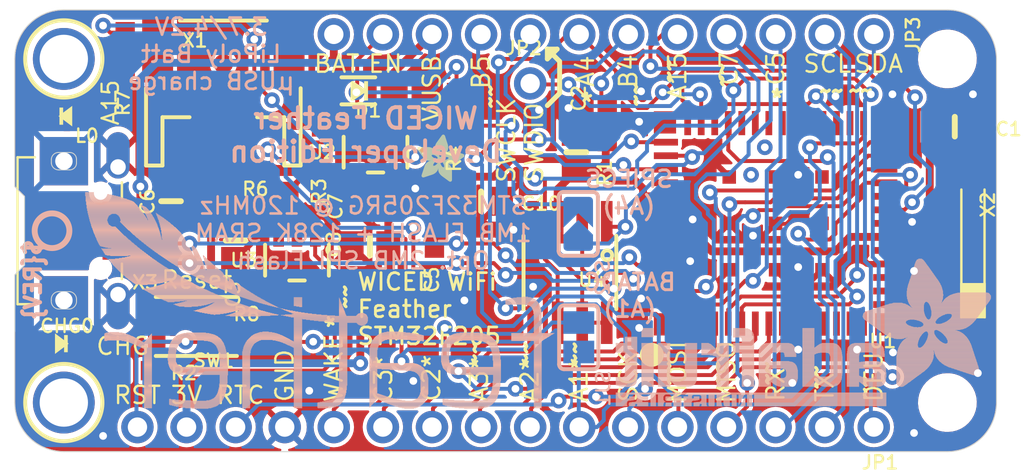
<source format=kicad_pcb>
(kicad_pcb (version 20221018) (generator pcbnew)
  (layers (0 "F.Cu" signal) (31 "B.Cu" signal) (34 "B.Paste" user) (35 "F.Paste" user) (36 "B.SilkS" user "B.Silkscreen") (37 "F.SilkS" user "F.Silkscreen") (38 "B.Mask" user) (39 "F.Mask" user) (44 "Edge.Cuts" user))
  (net 0 "")
  (net 1 "GND")
  (net 2 "+3V3")
  (net 3 "VBUS")
  (net 4 "VBAT")
  (net 5 "N$2")
  (net 6 "N$1")
  (net 7 "N$3")
  (net 8 "N$4")
  (net 9 "D+")
  (net 10 "D-")
  (net 11 "~{RESET}")
  (net 12 "B7/SDA")
  (net 13 "B6/SCL")
  (net 14 "A9/TXD")
  (net 15 "A10/RXD")
  (net 16 "A5/SCK1")
  (net 17 "A7/MOSI1")
  (net 18 "A4/CS")
  (net 19 "A6/MISO1")
  (net 20 "A1/ADC1")
  (net 21 "A2/ADC2")
  (net 22 "A3/ADC3")
  (net 23 "C2/ADC12")
  (net 24 "C3/ADC13")
  (net 25 "B5/MOSI3")
  (net 26 "A0/WAKEUP")
  (net 27 "C5")
  (net 28 "C7")
  (net 29 "SWDIO")
  (net 30 "SWCLK")
  (net 31 "B4/MISO3")
  (net 32 "A15")
  (net 33 "N$5")
  (net 34 "VRTC")
  (net 35 "ANT")
  (net 36 "EN")
  (net 37 "DFU/SCK3")
  (net 38 "N$6")
  (footprint "working:0805-NO" (layer "F.Cu") (at 134.5311 105.5116 -90)
    (fp_text reference "C3")
    (fp_text value "10µF")
  )
  (footprint "working:0805_10MGAP" (layer "F.Cu") (at 147.2311 103.4796)
    (fp_text reference "C10")
    (fp_text value "0.1uF")
  )
  (footprint "working:SOIC8_150MIL" (layer "F.Cu") (at 151.8285 107.1626 180)
    (fp_text reference "U4")
    (fp_text value "S25FL216K")
  )
  (footprint "working:0603-NO" (layer "F.Cu") (at 129.3241 112.2426)
    (fp_text reference "R2")
    (fp_text value "1K")
  )
  (footprint "working:0603-NO" (layer "F.Cu") (at 141.6175 103.9706 180)
    (fp_text reference "C7")
    (fp_text value "1uF")
  )
  (footprint "working:FIDUCIAL_1MM" (layer "F.Cu") (at 133.8961 96.3676 -90)
    (fp_text reference "U$34" hide)
    (fp_text value "FIDUCIAL\"\"" hide)
  )
  (footprint "working:FIDUCIAL_1MM" (layer "F.Cu") (at 169.9605 111.8038 -90)
    (fp_text reference "U$35" hide)
    (fp_text value "FIDUCIAL\"\"" hide)
  )
  (footprint "working:BTN_KMR2_4.6X2.8" (layer "F.Cu") (at 132.4991 109.9566 180)
    (fp_text reference "SW1")
    (fp_text value "")
  )
  (footprint "working:1X01_ROUND" (layer "F.Cu") (at 149.7711 97.3836)
    (fp_text reference "JP2")
    (fp_text value "")
  )
  (footprint "working:USI_WM-N-BM-09" (layer "F.Cu") (at 162.4711 104.6226 180)
    (fp_text reference "U1")
    (fp_text value "")
  )
  (footprint "working:0805-NO" (layer "F.Cu") (at 131.1891 103.4746 90)
    (fp_text reference "C6")
    (fp_text value "10µF")
  )
  (footprint "working:0603-NO" (layer "F.Cu") (at 144.8181 105.0036 -90)
    (fp_text reference "C5")
    (fp_text value "1uF")
  )
  (footprint "working:4UCONN_20329_V2" (layer "F.Cu") (at 127.5461 105.0036 -90)
    (fp_text reference "X3")
    (fp_text value "20329")
    (fp_line (start -4.05 2.15) (end -4.05 1.6) (stroke (width 0.05)) (layer "Edge.Cuts"))
    (fp_line (start -3.7 1.25) (end -3.5 1.25) (stroke (width 0.05)) (layer "Edge.Cuts"))
    (fp_line (start -3.5 2.55) (end -3.7 2.55) (stroke (width 0.05)) (layer "Edge.Cuts"))
    (fp_line (start -3.15 1.6) (end -3.15 2.15) (stroke (width 0.05)) (layer "Edge.Cuts"))
    (fp_line (start 3.15 2.2) (end 3.15 1.6) (stroke (width 0.05)) (layer "Edge.Cuts"))
    (fp_line (start 4.05 1.6) (end 4.05 2.2) (stroke (width 0.05)) (layer "Edge.Cuts"))
    (fp_arc (start -4.05 1.6) (mid -3.947487 1.352513) (end -3.7 1.25) (stroke (width 0.05)) (layer "Edge.Cuts"))
    (fp_arc (start -3.7 2.55) (mid -3.957843 2.422487) (end -4.05 2.15) (stroke (width 0.05)) (layer "Edge.Cuts"))
    (fp_arc (start -3.5 1.25) (mid -3.252513 1.352513) (end -3.15 1.6) (stroke (width 0.05)) (layer "Edge.Cuts"))
    (fp_arc (start -3.15 2.15) (mid -3.242157 2.422487) (end -3.5 2.55) (stroke (width 0.05)) (layer "Edge.Cuts"))
    (fp_arc (start 3.15 1.6) (mid 3.302513 1.331802) (end 3.6 1.25) (stroke (width 0.05)) (layer "Edge.Cuts"))
    (fp_arc (start 3.6 1.25) (mid 3.897487 1.331802) (end 4.05 1.6) (stroke (width 0.05)) (layer "Edge.Cuts"))
    (fp_arc (start 3.6 2.55) (mid 3.302513 2.468198) (end 3.15 2.2) (stroke (width 0.05)) (layer "Edge.Cuts"))
    (fp_arc (start 4.05 2.2) (mid 3.897487 2.468198) (end 3.6 2.55) (stroke (width 0.05)) (layer "Edge.Cuts"))
  )
  (footprint "working:MOUNTINGHOLE_2.5_PLATED" (layer "F.Cu") (at 125.6411 113.8936 -90)
    (fp_text reference "U$32" hide)
    (fp_text value "MOUNTINGHOLE2.5" hide)
  )
  (footprint "working:0603-NO" (layer "F.Cu") (at 137.6299 109.4486 180)
    (fp_text reference "R8")
    (fp_text value "4.7K")
  )
  (footprint "working:SOT23-5" (layer "F.Cu") (at 141.7701 100.9396 180)
    (fp_text reference "U2")
    (fp_text value "AP2112(3.3V)")
  )
  (footprint "working:SOD-123" (layer "F.Cu") (at 140.8811 97.7646 180)
    (fp_text reference "D1")
    (fp_text value "MBR120")
  )
  (footprint "working:0603-NO" (layer "F.Cu") (at 153.7589 99.4918 -90)
    (fp_text reference "R1")
    (fp_text value "100K")
  )
  (footprint "working:CHIPLED_0805_NOOUTLINE" (layer "F.Cu") (at 125.5141 110.8456 -90)
    (fp_text reference "CHG0")
    (fp_text value "ORANGE")
  )
  (footprint "working:0805-NO" (layer "F.Cu") (at 171.7421 99.6188)
    (fp_text reference "C1")
    (fp_text value "10µF")
  )
  (footprint "working:ADAFRUIT_2.5MM" (layer "F.Cu") (at 143.9291 102.4636)
    (fp_text reference "U$8" hide)
    (fp_text value "" hide)
  )
  (footprint "working:0603-NO" (layer "F.Cu") (at 138.0871 102.9716 180)
    (fp_text reference "R6")
    (fp_text value "100K")
  )
  (footprint "working:0603-NO" (layer "F.Cu") (at 138.9761 100.4316 -90)
    (fp_text reference "R3")
    (fp_text value "100k")
  )
  (footprint "working:JSTPH2" (layer "F.Cu") (at 133.8961 97.1296)
    (fp_text reference "X1")
    (fp_text value "JSTPH")
  )
  (footprint "" (layer "F.Cu") (at 171.3611 96.1136)
    (fp_text reference "@HOLE0" hide)
    (fp_text value "")
  )
  (footprint "working:0603-NO" (layer "F.Cu") (at 145.9611 98.7552 -90)
    (fp_text reference "R4")
    (fp_text value "100K")
  )
  (footprint "" (layer "F.Cu") (at 171.3611 113.8936)
    (fp_text reference "@HOLE1" hide)
    (fp_text value "")
  )
  (footprint "working:0603-NO" (layer "F.Cu") (at 128.8161 95.6056 -90)
    (fp_text reference "R7")
    (fp_text value "2.2K")
  )
  (footprint "working:SOT23-5" (layer "F.Cu") (at 137.7061 106.5276 180)
    (fp_text reference "U3")
    (fp_text value "MCP73831T-2ACI/OT")
  )
  (footprint "working:ANT_2500AT44M0400" (layer "F.Cu") (at 172.6819 106.172 -90)
    (fp_text reference "X2")
    (fp_text value "2500AT44M0400")
  )
  (footprint "working:CHIPLED_0805_NOOUTLINE" (layer "F.Cu") (at 125.7461 99.0746 90)
    (fp_text reference "L0")
    (fp_text value "RED")
  )
  (footprint "working:0805-NO" (layer "F.Cu") (at 152.1587 100.9396 90)
    (fp_text reference "C2")
    (fp_text value "10µF")
  )
  (footprint "working:MOUNTINGHOLE_2.5_PLATED" (layer "F.Cu") (at 125.6411 96.1136 -90)
    (fp_text reference "U$31" hide)
    (fp_text value "MOUNTINGHOLE2.5" hide)
  )
  (footprint "working:1X16_ROUND" (layer "F.Cu") (at 148.5011 115.1636 180)
    (fp_text reference "JP1")
    (fp_text value "")
  )
  (footprint "working:1X12_ROUND" (layer "F.Cu") (at 153.5811 94.8436)
    (fp_text reference "JP3")
    (fp_text value "")
  )
  (footprint "working:0805-NO" (layer "F.Cu") (at 141.4815 105.7806 180)
    (fp_text reference "C8")
    (fp_text value "10µF")
  )
  (footprint "working:PCBFEAT-REV-040" (layer "B.Cu") (at 125.0315 105.0036 90)
    (fp_text reference "U$23" hide)
    (fp_text value "" hide)
  )
  (footprint "working:SOLDERJUMPER_REFLOW_NOPASTE" (layer "B.Cu") (at 152.2857 110.5154 90)
    (fp_text reference "SJ1")
    (fp_text value "BAT")
  )
  (footprint "working:SOLDERJUMPER_ARROW_NOPASTE" (layer "B.Cu") (at 152.2603 104.648 90)
    (fp_text reference "SJ2")
    (fp_text value "")
  )
  (footprint "working:ADAFRUIT_TEXT_20MM" (layer "B.Cu") (at 173.7741 114.0714 180)
    (fp_text reference "U$10" hide)
    (fp_text value "" hide)
  )
  (footprint "working:FEATHERLOGO" (layer "B.Cu") (at 151.0411 114.2746 180)
    (fp_text reference "U$7" hide)
    (fp_text value "" hide)
  )
  (gr_line (start 150.6601 98.5266) (end 151.2951 97.8916) (stroke (width 0.254)) (layer "F.SilkS"))
  (gr_line (start 151.2951 96.2406) (end 150.6601 95.6056) (stroke (width 0.254)) (layer "F.SilkS"))
  (gr_line (start 151.2951 97.8916) (end 151.2951 96.2406) (stroke (width 0.254)) (layer "F.SilkS"))
  (gr_line (start 150.6601 95.6056) (end 151.1681 95.6056) (stroke (width 0.254)) (layer "F.SilkS"))
  (gr_line (start 150.6601 95.6056) (end 150.6601 96.1136) (stroke (width 0.254)) (layer "F.SilkS"))
  (gr_line (start 151.1681 95.6056) (end 150.6601 96.1136) (stroke (width 0.254)) (layer "F.SilkS"))
  (gr_line (start 173.9011 113.8936) (end 173.9011 96.1136) (stroke (width 0.05)) (layer "Edge.Cuts"))
  (gr_arc (start 173.9011 113.8936) (mid 173.157151 115.689651) (end 171.3611 116.4336) (stroke (width 0.05)) (layer "Edge.Cuts"))
  (gr_arc (start 123.1011 96.1136) (mid 123.845049 94.317549) (end 125.6411 93.5736) (stroke (width 0.05)) (layer "Edge.Cuts"))
  (gr_line (start 123.1011 107.2896) (end 123.1011 113.8936) (stroke (width 0.05)) (layer "Edge.Cuts"))
  (gr_line (start 123.6091 106.7816) (end 123.1011 107.2896) (stroke (width 0.05)) (layer "Edge.Cuts"))
  (gr_arc (start 125.6411 116.4336) (mid 123.845049 115.689651) (end 123.1011 113.8936) (stroke (width 0.05)) (layer "Edge.Cuts"))
  (gr_line (start 123.1011 102.7176) (end 123.6091 103.2256) (stroke (width 0.05)) (layer "Edge.Cuts"))
  (gr_line (start 123.6091 103.2256) (end 123.6091 106.7816) (stroke (width 0.05)) (layer "Edge.Cuts"))
  (gr_line (start 171.3611 93.5736) (end 125.6411 93.5736) (stroke (width 0.05)) (layer "Edge.Cuts"))
  (gr_line (start 123.1011 96.1136) (end 123.1011 102.7176) (stroke (width 0.05)) (layer "Edge.Cuts"))
  (gr_line (start 125.6411 116.4336) (end 171.3611 116.4336) (stroke (width 0.05)) (layer "Edge.Cuts"))
  (gr_arc (start 171.3611 93.5736) (mid 173.157151 94.317549) (end 173.9011 96.1136) (stroke (width 0.05)) (layer "Edge.Cuts"))
  (gr_text "BATADC\n(A1)" (at 154.9273 108.3564) (layer "B.SilkS") (effects (font (size 0.8636 0.8636) (thickness 0.1524)) (justify mirror)))
  (gr_text "WICED Feather\nDeveloper Edition" (at 141.2621 100.0506) (layer "B.SilkS") (effects (font (size 1.0668 1.0668) (thickness 0.2032)) (justify mirror)))
  (gr_text "STM32F205RG @ 120MHz\n1MB FLASH + 128K SRAM\nOpt. 2MB SPI Flash\n" (at 141.1351 105.1306) (layer "B.SilkS") (effects (font (size 0.88392 0.88392) (thickness 0.13208)) (justify mirror)))
  (gr_text "SPIFCS\n(A4)" (at 154.8765 103.0224) (layer "B.SilkS") (effects (font (size 0.8636 0.8636) (thickness 0.1524)) (justify mirror)))
  (gr_text "3.7/4.2V\nLiPoly Batt\nμUSB charge" (at 133.2611 95.8596) (layer "B.SilkS") (effects (font (size 0.87376 0.87376) (thickness 0.14224)) (justify mirror)))
  (gr_text "~~" (at 167.6019 97.2312) (layer "F.SilkS") (effects (font (size 0.85344 0.85344) (thickness 0.16256)) (justify right top)))
  (gr_text "3V" (at 131.9911 113.5126) (layer "F.SilkS") (effects (font (size 0.89408 0.89408) (thickness 0.12192))))
  (gr_text "A15" (at 157.3911 97.0026 90) (layer "F.SilkS") (effects (font (size 0.89408 0.89408) (thickness 0.12192))))
  (gr_text "Reset" (at 132.5245 107.5436) (layer "F.SilkS") (effects (font (size 0.89408 0.89408) (thickness 0.12192))))
  (gr_text "BAT" (at 139.7635 96.3676) (layer "F.SilkS") (effects (font (size 0.89408 0.89408) (thickness 0.12192))))
  (gr_text "~~" (at 164.6555 98.2472) (layer "F.SilkS") (effects (font (size 0.85344 0.85344) (thickness 0.16256)) (justify left bottom)))
  (gr_text "~~" (at 148.1963 98.7552 90) (layer "F.SilkS") (effects (font (size 0.85344 0.85344) (thickness 0.16256)) (justify left bottom)))
  (gr_text "~~" (at 159.9819 113.0808 90) (layer "F.SilkS") (effects (font (size 0.85344 0.85344) (thickness 0.16256)) (justify left bottom)))
  (gr_text "*" (at 152.2603 98.8568) (layer "F.SilkS") (effects (font (size 0.85344 0.85344) (thickness 0.16256)) (justify left bottom)))
  (gr_text "SDA" (at 167.8051 96.3676) (layer "F.SilkS") (effects (font (size 0.89408 0.89408) (thickness 0.12192))))
  (gr_text "~~" (at 155.7147 98.6536 90) (layer "F.SilkS") (effects (font (size 0.85344 0.85344) (thickness 0.16256)) (justify left bottom)))
  (gr_text "SWCLK\nSWDIO" (at 149.2631 102.5906 90) (layer "F.SilkS") (effects (font (size 0.89408 0.89408) (thickness 0.12192)) (justify left)))
  (gr_text "C3*" (at 142.1765 113.9698 90) (layer "F.SilkS") (effects (font (size 0.89408 0.89408) (thickness 0.12192)) (justify left)))
  (gr_text "RTC" (at 134.7851 113.5126) (layer "F.SilkS") (effects (font (size 0.89408 0.89408) (thickness 0.12192))))
  (gr_text "A2*" (at 149.7457 113.9444 90) (layer "F.SilkS") (effects (font (size 0.89408 0.89408) (thickness 0.12192)) (justify left)))
  (gr_text "C5" (at 162.4711 96.6216 90) (layer "F.SilkS") (effects (font (size 0.89408 0.89408) (thickness 0.12192))))
  (gr_text "~~" (at 140.6779 109.1184 90) (layer "F.SilkS") (effects (font (size 0.85344 0.85344) (thickness 0.16256)) (justify left bottom)))
  (gr_text "MOSI" (at 157.3911 114.0206 90) (layer "F.SilkS") (effects (font (size 0.89408 0.89408) (thickness 0.12192)) (justify left)))
  (gr_text "A3*" (at 147.1295 113.919 90) (layer "F.SilkS") (effects (font (size 0.89408 0.89408) (thickness 0.12192)) (justify left)))
  (gr_text "GND" (at 137.0711 113.9444 90) (layer "F.SilkS") (effects (font (size 0.89408 0.89408) (thickness 0.12192)) (justify left)))
  (gr_text "~~" (at 165.0619 113.284 90) (layer "F.SilkS") (effects (font (size 0.85344 0.85344) (thickness 0.16256)) (justify left bottom)))
  (gr_text "RX" (at 162.4711 113.919 90) (layer "F.SilkS") (effects (font (size 0.89408 0.89408) (thickness 0.12192)) (justify left)))
  (gr_text "SCL" (at 165.1381 96.3676) (layer "F.SilkS") (effects (font (size 0.89408 0.89408) (thickness 0.12192))))
  (gr_text "*" (at 162.1155 98.6536) (layer "F.SilkS") (effects (font (size 0.85344 0.85344) (thickness 0.16256)) (justify left bottom)))
  (gr_text "TX" (at 165.0111 113.9444 90) (layer "F.SilkS") (effects (font (size 0.89408 0.89408) (thickness 0.12192)) (justify left)))
  (gr_text "DFU" (at 167.5511 113.9444 90) (layer "F.SilkS") (effects (font (size 0.89408 0.89408) (thickness 0.12192)) (justify left)))
  (gr_text "C2*" (at 144.6657 113.919 90) (layer "F.SilkS") (effects (font (size 0.89408 0.89408) (thickness 0.12192)) (justify left)))
  (gr_text "~~" (at 160.1851 97.6376 90) (layer "F.SilkS") (effects (font (size 0.85344 0.85344) (thickness 0.16256)) (justify left bottom)))
  (gr_text "A15" (at 128.0541 99.6188 90) (layer "F.SilkS") (effects (font (size 0.849376 0.849376) (thickness 0.115824)) (justify left)))
  (gr_text "SCK" (at 154.8511 113.9444 90) (layer "F.SilkS") (effects (font (size 0.89408 0.89408) (thickness 0.12192)) (justify left)))
  (gr_text "B5" (at 147.2311 96.7994 90) (layer "F.SilkS") (effects (font (size 0.89408 0.89408) (thickness 0.12192))))
  (gr_text "A4" (at 152.6159 96.7486 90) (layer "F.SilkS") (effects (font (size 0.89408 0.89408) (thickness 0.12192))))
  (gr_text "RST" (at 129.4511 113.5126) (layer "F.SilkS") (effects (font (size 0.89408 0.89408) (thickness 0.12192))))
  (gr_text "MISO" (at 159.9311 114.0206 90) (layer "F.SilkS") (effects (font (size 0.89408 0.89408) (thickness 0.12192)) (justify left)))
  (gr_text "VUSB" (at 144.6911 97.6376 90) (layer "F.SilkS") (effects (font (size 0.89408 0.89408) (thickness 0.12192))))
  (gr_text "~~" (at 162.5219 113.0808 90) (layer "F.SilkS") (effects (font (size 0.85344 0.85344) (thickness 0.16256)) (justify left bottom)))
  (gr_text "WAKE" (at 139.6111 113.9444 90) (layer "F.SilkS") (effects (font (size 0.89408 0.89408) (thickness 0.12192)) (justify left)))
  (gr_text "B4" (at 154.8511 96.7486 90) (layer "F.SilkS") (effects (font (size 0.89408 0.89408) (thickness 0.12192))))
  (gr_text "A1*" (at 152.2857 113.9444 90) (layer "F.SilkS") (effects (font (size 0.89408 0.89408) (thickness 0.12192)) (justify left)))
  (gr_text "~~" (at 152.5651 112.0648 90) (layer "F.SilkS") (effects (font (size 0.85344 0.85344) (thickness 0.16256)) (justify left bottom)))
  (gr_text "~~" (at 157.4419 97.4344 90) (layer "F.SilkS") (effects (font (size 0.85344 0.85344) (thickness 0.16256)) (justify left bottom)))
  (gr_text "WICED WiFi\nFeather\nSTM32F205" (at 140.7541 110.9726) (layer "F.SilkS") (effects (font (size 0.87376 0.87376) (thickness 0.14224)) (justify left bottom)))
  (gr_text "~~" (at 166.5859 112.3696 90) (layer "F.SilkS") (effects (font (size 0.85344 0.85344) (thickness 0.16256)) (justify right top)))
  (gr_text "CHG" (at 128.6891 110.9726) (layer "F.SilkS") (effects (font (size 0.89408 0.89408) (thickness 0.12192))))
  (gr_text "EN" (at 142.2781 96.3676) (layer "F.SilkS") (effects (font (size 0.89408 0.89408) (thickness 0.12192))))
  (gr_text "~~" (at 157.4419 113.0808 90) (layer "F.SilkS") (effects (font (size 0.85344 0.85344) (thickness 0.16256)) (justify left bottom)))
  (gr_text "*" (at 140.1699 110.1344 90) (layer "F.SilkS") (effects (font (size 0.85344 0.85344) (thickness 0.16256)) (justify left bottom)))
  (gr_text "~~" (at 147.3835 112.0648 90) (layer "F.SilkS") (effects (font (size 0.85344 0.85344) (thickness 0.16256)) (justify left bottom)))
  (gr_text "~~" (at 150.0251 112.0648 90) (layer "F.SilkS") (effects (font (size 0.85344 0.85344) (thickness 0.16256)) (justify left bottom)))
  (gr_text "C7" (at 160.0581 96.6216 90) (layer "F.SilkS") (effects (font (size 0.89408 0.89408) (thickness 0.12192))))
  (segment (start 162.4965 104.648) (end 162.4711 104.6226) (width 0.2032) (layer "F.Cu") (net 1))
  (segment (start 169.0751 107.7976) (end 169.3291 107.7976) (width 0.254) (layer "F.Cu") (net 1))
  (segment (start 163.0299 104.648) (end 162.4965 104.648) (width 0.2032) (layer "F.Cu") (net 1))
  (segment (start 169.3291 107.7976) (end 169.5831 107.5436) (width 0.254) (layer "F.Cu") (net 1))
  (segment (start 169.6323 107.0848) (end 169.6323 107.4944) (width 0.254) (layer "F.Cu") (net 1))
  (segment (start 168.1461 108.1226) (end 168.7501 108.1226) (width 0.254) (layer "F.Cu") (net 1))
  (segment (start 167.2381 106.7226) (end 167.0939 106.5784) (width 0.3048) (layer "F.Cu") (net 1))
  (segment (start 164.8711 104.6226) (end 164.1221 104.6226) (width 0.2032) (layer "F.Cu") (net 1))
  (segment (start 163.2331 104.4448) (end 163.0299 104.648) (width 0.2032) (layer "F.Cu") (net 1))
  (segment (start 163.9443 104.4448) (end 163.2331 104.4448) (width 0.2032) (layer "F.Cu") (net 1))
  (segment (start 169.6323 107.4944) (end 169.5831 107.5436) (width 0.254) (layer "F.Cu") (net 1))
  (segment (start 167.4413 106.7226) (end 167.2381 106.7226) (width 0.3048) (layer "F.Cu") (net 1))
  (segment (start 164.1221 104.6226) (end 163.9443 104.4448) (width 0.2032) (layer "F.Cu") (net 1))
  (segment (start 168.7501 108.1226) (end 169.0751 107.7976) (width 0.254) (layer "F.Cu") (net 1))
  (segment (start 168.1461 106.7226) (end 167.4413 106.7226) (width 0.3048) (layer "F.Cu") (net 1))
  (via (at 158.1785 104.4194) (size 0.8064) (drill 0.4) (layers "F.Cu" "B.Cu") (net 1))
  (via (at 161.2011 102.108) (size 0.8064) (drill 0.4) (layers "F.Cu" "B.Cu") (net 1))
  (via (at 138.3411 113.284) (size 0.8064) (drill 0.4) (layers "F.Cu" "B.Cu") (net 1))
  (via (at 163.6395 111.1504) (size 0.8064) (drill 0.4) (layers "F.Cu" "B.Cu") (net 1))
  (via (at 166.6875 111.1504) (size 0.8064) (drill 0.4) (layers "F.Cu" "B.Cu") (net 1))
  (via (at 169.6323 107.0848) (size 0.8064) (drill 0.4) (layers "F.Cu" "B.Cu") (net 1))
  (via (at 155.5115 97.79) (size 0.8064) (drill 0.4) (layers "F.Cu" "B.Cu") (net 1))
  (via (at 163.6395 102.108) (size 0.8064) (drill 0.4) (layers "F.Cu" "B.Cu") (net 1))
  (via (at 143.8275 102.8192) (size 0.8064) (drill 0.4) (layers "F.Cu" "B.Cu") (net 1))
  (via (at 168.5433 111.2996) (size 0.8064) (drill 0.4) (layers "F.Cu" "B.Cu") (net 1))
  (via (at 161.9123 100.6856) (size 0.8064) (drill 0.4) (layers "F.Cu" "B.Cu") (net 1))
  (via (at 169.6339 115.4684) (size 0.8064) (drill 0.4) (layers "F.Cu" "B.Cu") (net 1))
  (via (at 143.7259 112.776) (size 0.8064) (drill 0.4) (layers "F.Cu" "B.Cu") (net 1))
  (via (at 163.6395 106.8832) (size 0.8064) (drill 0.4) (layers "F.Cu" "B.Cu") (net 1))
  (via (at 148.9075 104.9528) (size 0.8064) (drill 0.4) (layers "F.Cu" "B.Cu") (net 1))
  (via (at 165.5699 98.044) (size 0.8064) (drill 0.4) (layers "F.Cu" "B.Cu") (net 1))
  (via (at 172.6819 97.9424) (size 0.8064) (drill 0.4) (layers "F.Cu" "B.Cu") (net 1))
  (via (at 158.0515 106.5784) (size 0.8064) (drill 0.4) (layers "F.Cu" "B.Cu") (net 1))
  (via (at 155.4099 99.3648) (size 0.8064) (drill 0.4) (layers "F.Cu" "B.Cu") (net 1))
  (via (at 169.5323 104.5464) (size 0.8064) (drill 0.4) (layers "F.Cu" "B.Cu") (net 1))
  (via (at 127.6731 115.6208) (size 0.8064) (drill 0.4) (layers "F.Cu" "B.Cu") (net 1))
  (via (at 172.9359 112.3696) (size 0.8064) (drill 0.4) (layers "F.Cu" "B.Cu") (net 1))
  (via (at 146.3675 108.6104) (size 0.8064) (drill 0.4) (layers "F.Cu" "B.Cu") (net 1))
  (via (at 155.5115 108.5088) (size 0.8064) (drill 0.4) (layers "F.Cu" "B.Cu") (net 1))
  (via (at 149.9235 107.8992) (size 0.8064) (drill 0.4) (layers "F.Cu" "B.Cu") (net 1))
  (via (at 151.7523 98.6536) (size 0.8064) (drill 0.4) (layers "F.Cu" "B.Cu") (net 1))
  (via (at 161.3027 105.2576) (size 0.8064) (drill 0.4) (layers "F.Cu" "B.Cu") (net 1))
  (via (at 168.5163 97.9424) (size 0.8064) (drill 0.4) (layers "F.Cu" "B.Cu") (net 1))
  (via (at 163.3347 112.8776) (size 0.8064) (drill 0.4) (layers "F.Cu" "B.Cu") (net 1))
  (via (at 155.4099 110.0328) (size 0.8064) (drill 0.4) (layers "F.Cu" "B.Cu") (net 1))
  (via (at 150.2283 98.7552) (size 0.8064) (drill 0.4) (layers "F.Cu" "B.Cu") (net 1))
  (segment (start 170.4467 105.664) (end 170.4467 99.9642) (width 0.4064) (layer "F.Cu") (net 2))
  (segment (start 166.3177 105.3226) (end 166.2811 105.3592) (width 0.4064) (layer "F.Cu") (net 2))
  (segment (start 155.6131 105.156) (end 155.6131 103.9368) (width 0.4064) (layer "F.Cu") (net 2))
  (segment (start 152.0419 102.0064) (end 152.1587 101.8896) (width 0.4064) (layer "F.Cu") (net 2))
  (segment (start 144.6351 103.9706) (end 144.8181 104.1536) (width 0.4064) (layer "F.Cu") (net 2))
  (segment (start 155.6131 103.2256) (end 155.6131 102.8192) (width 0.4064) (layer "F.Cu") (net 2))
  (segment (start 155.8193 103.2226) (end 155.8163 103.2256) (width 0.3048) (layer "F.Cu") (net 2))
  (segment (start 146.1811 103.4796) (end 146.1811 102.4976) (width 0.4064) (layer "F.Cu") (net 2))
  (segment (start 142.7201 102.2397) (end 142.7201 103.8196) (width 0.4064) (layer "F.Cu") (net 2))
  (segment (start 153.7335 109.7626) (end 152.4635 109.7626) (width 0.2032) (layer "F.Cu") (net 2))
  (segment (start 146.1811 103.4796) (end 145.4921 103.4796) (width 0.4064) (layer "F.Cu") (net 2))
  (segment (start 147.8915 102.2096) (end 148.5011 101.6) (width 0.4064) (layer "F.Cu") (net 2))
  (segment (start 159.1691 106.0704) (end 165.5699 106.0704) (width 0.4064) (layer "F.Cu") (net 2))
  (segment (start 140.9827 108.712) (end 142.5067 107.188) (width 0.4064) (layer "F.Cu") (net 2))
  (segment (start 156.7961 103.2226) (end 155.8193 103.2226) (width 0.4064) (layer "F.Cu") (net 2))
  (segment (start 146.4691 102.2096) (end 147.8915 102.2096) (width 0.4064) (layer "F.Cu") (net 2))
  (segment (start 165.5699 106.0704) (end 165.8747 105.7656) (width 0.4064) (layer "F.Cu") (net 2))
  (segment (start 151.2443 106.3752) (end 151.2443 104.6134) (width 0.2032) (layer "F.Cu") (net 2))
  (segment (start 155.8163 103.2256) (end 155.6131 103.2256) (width 0.4064) (layer "F.Cu") (net 2))
  (segment (start 151.1935 102.8548) (end 152.1587 101.8896) (width 0.4064) (layer "F.Cu") (net 2))
  (segment (start 153.2915 101.8896) (end 153.4287 101.7524) (width 0.4064) (layer "F.Cu") (net 2))
  (segment (start 155.7797 105.3226) (end 155.6131 105.156) (width 0.4064) (layer "F.Cu") (net 2))
  (segment (start 142.5067 105.807) (end 142.4315 105.7806) (width 0.4064) (layer "F.Cu") (net 2))
  (segment (start 142.7201 103.8196) (end 142.4675 103.9706) (width 0.4064) (layer "F.Cu") (net 2))
  (segment (start 155.8193 103.2226) (end 155.8163 103.2256) (width 0.4064) (layer "F.Cu") (net 2))
  (segment (start 146.1811 102.4976) (end 146.4691 102.2096) (width 0.4064) (layer "F.Cu") (net 2))
  (segment (start 153.6827 100.418) (end 153.7589 100.3418) (width 0.2032) (layer "F.Cu") (net 2))
  (segment (start 154.0891 102.4128) (end 153.4287 101.7524) (width 0.4064) (layer "F.Cu") (net 2))
  (segment (start 142.5331 104.0066) (end 142.4675 103.9706) (width 0.4064) (layer "F.Cu") (net 2))
  (segment (start 151.2443 104.6134) (end 151.1935 104.5626) (width 0.2032) (layer "F.Cu") (net 2))
  (segment (start 165.8747 105.7656) (end 166.2811 105.3592) (width 0.4064) (layer "F.Cu") (net 2))
  (segment (start 155.6131 102.8192) (end 155.2067 102.4128) (width 0.4064) (layer "F.Cu") (net 2))
  (segment (start 152.4635 107.5944) (end 151.2443 106.3752) (width 0.2032) (layer "F.Cu") (net 2))
  (segment (start 168.9877 105.3226) (end 169.1259 105.4608) (width 0.4064) (layer "F.Cu") (net 2))
  (segment (start 168.1461 106.0226) (end 169.1259 106.0226) (width 0.4064) (layer "F.Cu") (net 2))
  (segment (start 153.6827 101.4984) (end 153.6827 100.418) (width 0.4064) (layer "F.Cu") (net 2))
  (segment (start 168.1461 105.3226) (end 168.9877 105.3226) (width 0.4064) (layer "F.Cu") (net 2))
  (segment (start 155.6273 103.9226) (end 155.6131 103.9368) (width 0.4064) (layer "F.Cu") (net 2))
  (segment (start 151.1935 104.5626) (end 151.1935 102.8548) (width 0.4064) (layer "F.Cu") (net 2))
  (segment (start 158.4213 105.3226) (end 158.8643 105.7656) (width 0.4064) (layer "F.Cu") (net 2))
  (segment (start 142.4315 104.0066) (end 142.4675 103.9706) (width 0.4064) (layer "F.Cu") (net 2))
  (segment (start 170.0881 106.0226) (end 170.4467 105.664) (width 0.4064) (layer "F.Cu") (net 2))
  (segment (start 158.8643 105.7656) (end 159.1691 106.0704) (width 0.4064) (layer "F.Cu") (net 2))
  (segment (start 142.4315 105.7806) (end 142.4315 104.0066) (width 0.4064) (layer "F.Cu") (net 2))
  (segment (start 152.1587 101.8896) (end 153.2915 101.8896) (width 0.4064) (layer "F.Cu") (net 2))
  (segment (start 156.7961 105.3226) (end 158.4213 105.3226) (width 0.4064) (layer "F.Cu") (net 2))
  (segment (start 156.7961 105.3226) (end 155.7797 105.3226) (width 0.4064) (layer "F.Cu") (net 2))
  (segment (start 152.4635 109.7626) (end 152.4635 107.5944) (width 0.2032) (layer "F.Cu") (net 2))
  (segment (start 151.5643 101.2952) (end 152.1587 101.8896) (width 0.4064) (layer "F.Cu") (net 2))
  (segment (start 155.6131 103.9368) (end 155.6131 103.2256) (width 0.4064) (layer "F.Cu") (net 2))
  (segment (start 156.7961 103.9226) (end 155.6273 103.9226) (width 0.4064) (layer "F.Cu") (net 2))
  (segment (start 153.4287 101.7524) (end 153.6827 101.4984) (width 0.4064) (layer "F.Cu") (net 2))
  (segment (start 169.1259 105.4608) (end 169.1259 106.0226) (width 0.4064) (layer "F.Cu") (net 2))
  (segment (start 151.8691 101.6) (end 152.1587 101.8896) (width 0.4064) (layer "F.Cu") (net 2))
  (segment (start 142.4675 103.9706) (end 144.6351 103.9706) (width 0.4064) (layer "F.Cu") (net 2))
  (segment (start 148.8059 101.2952) (end 151.5643 101.2952) (width 0.4064) (layer "F.Cu") (net 2))
  (segment (start 142.5067 107.188) (end 142.5067 105.807) (width 0.4064) (layer "F.Cu") (net 2))
  (segment (start 166.8907 105.3226) (end 166.3177 105.3226) (width 0.4064) (layer "F.Cu") (net 2))
  (segment (start 155.2067 102.4128) (end 154.0891 102.4128) (width 0.4064) (layer "F.Cu") (net 2))
  (segment (start 145.4921 103.4796) (end 144.8181 104.1536) (width 0.4064) (layer "F.Cu") (net 2))
  (segment (start 140.9827 111.8616) (end 140.9827 108.712) (width 0.4064) (layer "F.Cu") (net 2))
  (segment (start 169.1259 106.0226) (end 170.0881 106.0226) (width 0.4064) (layer "F.Cu") (net 2))
  (segment (start 170.4467 99.9642) (end 170.7921 99.6188) (width 0.4064) (layer "F.Cu") (net 2))
  (segment (start 166.8907 105.3226) (end 168.1461 105.3226) (width 0.4064) (layer "F.Cu") (net 2))
  (segment (start 148.5011 101.6) (end 148.8059 101.2952) (width 0.4064) (layer "F.Cu") (net 2))
  (via (at 140.9827 111.8616) (size 0.8064) (drill 0.4) (layers "F.Cu" "B.Cu") (net 2))
  (segment (start 131.9911 115.1636) (end 131.9911 112.6236) (width 0.4064) (layer "B.Cu") (net 2))
  (segment (start 131.9911 112.6236) (end 132.7531 111.8616) (width 0.4064) (layer "B.Cu") (net 2))
  (segment (start 132.7531 111.8616) (end 140.9827 111.8616) (width 0.4064) (layer "B.Cu") (net 2))
  (segment (start 145.9611 99.6052) (end 142.7544 99.6052) (width 0.4064) (layer "F.Cu") (net 3))
  (segment (start 133.2611 104.7496) (end 132.9563 104.4448) (width 0.4064) (layer "F.Cu") (net 3))
  (segment (start 142.7544 99.6052) (end 142.7201 99.6395) (width 0.4064) (layer "F.Cu") (net 3))
  (segment (start 136.7456 107.8277) (end 136.5123 107.5944) (width 0.4064) (layer "F.Cu") (net 3))
  (segment (start 126.4539 103.2256) (end 126.6571 103.2256) (width 0.3048) (layer "F.Cu") (net 3))
  (segment (start 123.6091 110.0328) (end 123.6091 107.4928) (width 0.4064) (layer "F.Cu") (net 3))
  (segment (start 126.6571 103.2256) (end 127.1651 103.7336) (width 0.3048) (layer "F.Cu") (net 3))
  (segment (start 142.7201 97.7756) (end 142.7311 97.7646) (width 0.4064) (layer "F.Cu") (net 3))
  (segment (start 131.2093 104.4448) (end 131.1891 104.4246) (width 0.4064) (layer "F.Cu") (net 3))
  (segment (start 142.7311 97.7646) (end 142.7311 96.8036) (width 0.4064) (layer "F.Cu") (net 3))
  (segment (start 124.3203 103.2256) (end 126.4539 103.2256) (width 0.4064) (layer "F.Cu") (net 3))
  (segment (start 123.6091 107.4928) (end 124.1171 106.9848) (width 0.4064) (layer "F.Cu") (net 3))
  (segment (start 124.4219 110.8456) (end 123.6091 110.0328) (width 0.4064) (layer "F.Cu") (net 3))
  (segment (start 128.2911 103.7336) (end 128.3211 103.7036) (width 0.3048) (layer "F.Cu") (net 3))
  (segment (start 142.7311 96.8036) (end 144.6911 94.8436) (width 0.4064) (layer "F.Cu") (net 3))
  (segment (start 142.7201 99.6395) (end 142.7201 97.7756) (width 0.4064) (layer "F.Cu") (net 3))
  (segment (start 130.4681 103.7036) (end 131.1891 104.4246) (width 0.4064) (layer "F.Cu") (net 3))
  (segment (start 124.1171 106.9848) (end 124.1171 103.4288) (width 0.4064) (layer "F.Cu") (net 3))
  (segment (start 136.7561 107.8277) (end 136.7456 107.8277) (width 0.4064) (layer "F.Cu") (net 3))
  (segment (start 136.5123 107.5944) (end 133.5659 107.5944) (width 0.4064) (layer "F.Cu") (net 3))
  (segment (start 127.1651 103.7336) (end 128.2911 103.7336) (width 0.3048) (layer "F.Cu") (net 3))
  (segment (start 128.3211 103.7036) (end 129.7051 103.7036) (width 0.4064) (layer "F.Cu") (net 3))
  (segment (start 124.4641 110.8456) (end 124.4219 110.8456) (width 0.4064) (layer "F.Cu") (net 3))
  (segment (start 133.2611 107.2896) (end 133.2611 104.7496) (width 0.4064) (layer "F.Cu") (net 3))
  (segment (start 132.9563 104.4448) (end 131.2093 104.4448) (width 0.4064) (layer "F.Cu") (net 3))
  (segment (start 133.5659 107.5944) (end 133.2611 107.2896) (width 0.4064) (layer "F.Cu") (net 3))
  (segment (start 129.6035 102.7176) (end 129.6035 103.602) (width 0.4064) (layer "F.Cu") (net 3))
  (segment (start 124.1171 103.4288) (end 124.3203 103.2256) (width 0.4064) (layer "F.Cu") (net 3))
  (segment (start 129.7051 103.7036) (end 130.4681 103.7036) (width 0.4064) (layer "F.Cu") (net 3))
  (segment (start 129.6035 103.602) (end 129.7051 103.7036) (width 0.4064) (layer "F.Cu") (net 3))
  (via (at 129.6035 102.7176) (size 0.8064) (drill 0.4) (layers "F.Cu" "B.Cu") (net 3))
  (segment (start 144.6911 95.9612) (end 144.3355 96.3168) (width 0.4064) (layer "B.Cu") (net 3))
  (segment (start 144.3355 96.3168) (end 130.4163 96.3168) (width 0.4064) (layer "B.Cu") (net 3))
  (segment (start 129.6035 97.1296) (end 129.6035 102.7176) (width 0.4064) (layer "B.Cu") (net 3))
  (segment (start 144.6911 94.8436) (end 144.6911 95.9612) (width 0.4064) (layer "B.Cu") (net 3))
  (segment (start 130.4163 96.3168) (end 129.6035 97.1296) (width 0.4064) (layer "B.Cu") (net 3))
  (segment (start 139.0311 97.7646) (end 139.0311 99.5266) (width 0.4064) (layer "F.Cu") (net 4))
  (segment (start 134.8961 104.1966) (end 134.5311 104.5616) (width 0.4064) (layer "F.Cu") (net 4))
  (segment (start 136.7561 105.2275) (end 136.7561 104.8918) (width 0.4064) (layer "F.Cu") (net 4))
  (segment (start 135.2795 99.5816) (end 134.8867 99.9744) (width 0.4064) (layer "F.Cu") (net 4))
  (segment (start 139.0311 99.5266) (end 138.9761 99.5816) (width 0.4064) (layer "F.Cu") (net 4))
  (segment (start 136.5123 104.648) (end 134.6175 104.648) (width 0.4064) (layer "F.Cu") (net 4))
  (segment (start 139.6111 94.8436) (end 139.6111 96.0628) (width 0.4064) (layer "F.Cu") (net 4))
  (segment (start 138.9761 99.5816) (end 135.2795 99.5816) (width 0.4064) (layer "F.Cu") (net 4))
  (segment (start 139.0523 96.6216) (end 139.0523 97.7434) (width 0.4064) (layer "F.Cu") (net 4))
  (segment (start 139.0523 97.7434) (end 139.0311 97.7646) (width 0.4064) (layer "F.Cu") (net 4))
  (segment (start 136.7561 104.8918) (end 136.5123 104.648) (width 0.4064) (layer "F.Cu") (net 4))
  (segment (start 134.6175 104.648) (end 134.5311 104.5616) (width 0.4064) (layer "F.Cu") (net 4))
  (segment (start 139.6111 96.0628) (end 139.0523 96.6216) (width 0.4064) (layer "F.Cu") (net 4))
  (segment (start 134.8867 99.9744) (end 134.8867 100.8202) (width 0.4064) (layer "F.Cu") (net 4))
  (segment (start 134.8867 100.8202) (end 134.8961 100.8296) (width 0.4064) (layer "F.Cu") (net 4))
  (segment (start 134.8961 100.8296) (end 134.8961 104.1966) (width 0.4064) (layer "F.Cu") (net 4))
  (segment (start 126.7961 99.0746) (end 128.6745 99.0746) (width 0.2032) (layer "F.Cu") (net 5))
  (segment (start 128.6745 99.0746) (end 128.7907 98.9584) (width 0.2032) (layer "F.Cu") (net 5))
  (segment (start 128.7907 96.481) (end 128.8161 96.4556) (width 0.2032) (layer "F.Cu") (net 5))
  (segment (start 128.7907 98.9584) (end 128.7907 96.481) (width 0.2032) (layer "F.Cu") (net 5))
  (segment (start 126.5641 110.8456) (end 126.5641 111.5654) (width 0.2032) (layer "F.Cu") (net 6))
  (segment (start 128.3979 112.1664) (end 128.4741 112.2426) (width 0.2032) (layer "F.Cu") (net 6))
  (segment (start 127.1651 112.1664) (end 128.3979 112.1664) (width 0.2032) (layer "F.Cu") (net 6))
  (segment (start 126.5641 111.5654) (end 127.1651 112.1664) (width 0.2032) (layer "F.Cu") (net 6))
  (segment (start 138.6459 106.2736) (end 138.6459 105.2377) (width 0.2032) (layer "F.Cu") (net 7))
  (segment (start 138.6459 105.2377) (end 138.6561 105.2275) (width 0.2032) (layer "F.Cu") (net 7))
  (segment (start 130.1741 112.2426) (end 139.0777 112.2426) (width 0.2032) (layer "F.Cu") (net 7))
  (segment (start 139.6619 111.6584) (end 139.6619 107.2896) (width 0.2032) (layer "F.Cu") (net 7))
  (segment (start 139.6619 107.2896) (end 138.6459 106.2736) (width 0.2032) (layer "F.Cu") (net 7))
  (segment (start 139.0777 112.2426) (end 139.6619 111.6584) (width 0.2032) (layer "F.Cu") (net 7))
  (segment (start 138.6561 109.2724) (end 138.4799 109.4486) (width 0.2032) (layer "F.Cu") (net 8))
  (segment (start 138.6561 107.8277) (end 138.6561 109.2724) (width 0.2032) (layer "F.Cu") (net 8))
  (segment (start 155.9605 106.7226) (end 155.7147 106.4768) (width 0.2032) (layer "F.Cu") (net 9))
  (segment (start 129.5527 105.0036) (end 129.7051 105.156) (width 0.2032) (layer "F.Cu") (net 9))
  (segment (start 145.9611 106.68) (end 146.4691 106.68) (width 0.2032) (layer "F.Cu") (net 9))
  (segment (start 129.7051 105.664) (end 130.7211 106.68) (width 0.2032) (layer "F.Cu") (net 9))
  (segment (start 154.5971 105.664) (end 154.1907 106.0704) (width 0.2032) (layer "F.Cu") (net 9))
  (segment (start 154.8003 107.188) (end 155.1051 107.4928) (width 0.2032) (layer "F.Cu") (net 9))
  (segment (start 146.4691 106.68) (end 147.8915 106.68) (width 0.2032) (layer "F.Cu") (net 9))
  (segment (start 155.7147 106.0704) (end 155.3083 105.664) (width 0.2032) (layer "F.Cu") (net 9))
  (segment (start 129.7051 105.156) (end 129.7051 105.664) (width 0.2032) (layer "F.Cu") (net 9))
  (segment (start 147.8915 106.68) (end 148.5011 107.2896) (width 0.2032) (layer "F.Cu") (net 9))
  (segment (start 156.7961 106.7226) (end 155.9605 106.7226) (width 0.2032) (layer "F.Cu") (net 9))
  (segment (start 128.3211 105.0036) (end 129.5527 105.0036) (width 0.2032) (layer "F.Cu") (net 9))
  (segment (start 154.1907 106.0704) (end 154.1907 107.0864) (width 0.2032) (layer "F.Cu") (net 9))
  (segment (start 130.7211 106.68) (end 132.1435 106.68) (width 0.2032) (layer "F.Cu") (net 9))
  (segment (start 155.3083 105.664) (end 154.5971 105.664) (width 0.2032) (layer "F.Cu") (net 9))
  (segment (start 154.2923 107.188) (end 154.8003 107.188) (width 0.2032) (layer "F.Cu") (net 9))
  (segment (start 154.1907 107.0864) (end 154.2923 107.188) (width 0.2032) (layer "F.Cu") (net 9))
  (segment (start 155.7147 106.4768) (end 155.7147 106.0704) (width 0.2032) (layer "F.Cu") (net 9))
  (via (at 145.9611 106.68) (size 0.8064) (drill 0.4) (layers "F.Cu" "B.Cu") (net 9))
  (via (at 132.1435 106.68) (size 0.8064) (drill 0.4) (layers "F.Cu" "B.Cu") (net 9))
  (via (at 155.1051 107.4928) (size 0.8064) (drill 0.4) (layers "F.Cu" "B.Cu") (net 9))
  (via (at 148.5011 107.2896) (size 0.8064) (drill 0.4) (layers "F.Cu" "B.Cu") (net 9))
  (segment (start 148.6027 107.188) (end 150.5331 107.188) (width 0.2032) (layer "B.Cu") (net 9))
  (segment (start 150.9395 107.5944) (end 153.1747 107.5944) (width 0.2032) (layer "B.Cu") (net 9))
  (segment (start 132.1435 106.68) (end 145.9611 106.68) (width 0.2032) (layer "B.Cu") (net 9))
  (segment (start 154.6987 107.0864) (end 155.1051 107.4928) (width 0.2032) (layer "B.Cu") (net 9))
  (segment (start 150.5331 107.188) (end 150.9395 107.5944) (width 0.2032) (layer "B.Cu") (net 9))
  (segment (start 148.5011 107.2896) (end 148.6027 107.188) (width 0.2032) (layer "B.Cu") (net 9))
  (segment (start 153.1747 107.5944) (end 153.6827 107.0864) (width 0.2032) (layer "B.Cu") (net 9))
  (segment (start 153.6827 107.0864) (end 154.6987 107.0864) (width 0.2032) (layer "B.Cu") (net 9))
  (segment (start 130.1115 104.648) (end 130.1115 105.3592) (width 0.2032) (layer "F.Cu") (net 10))
  (segment (start 156.0509 107.4226) (end 155.5115 106.8832) (width 0.2032) (layer "F.Cu") (net 10))
  (segment (start 147.8915 105.664) (end 148.5011 106.2736) (width 0.2032) (layer "F.Cu") (net 10))
  (segment (start 155.5115 106.8832) (end 155.4099 106.7816) (width 0.2032) (layer "F.Cu") (net 10))
  (segment (start 130.1115 105.3592) (end 130.4163 105.664) (width 0.2032) (layer "F.Cu") (net 10))
  (segment (start 156.7961 107.4226) (end 156.0509 107.4226) (width 0.2032) (layer "F.Cu") (net 10))
  (segment (start 146.4691 105.664) (end 147.8915 105.664) (width 0.2032) (layer "F.Cu") (net 10))
  (segment (start 128.3211 104.3536) (end 129.8171 104.3536) (width 0.2032) (layer "F.Cu") (net 10))
  (segment (start 129.8171 104.3536) (end 130.1115 104.648) (width 0.2032) (layer "F.Cu") (net 10))
  (segment (start 130.4163 105.664) (end 132.1435 105.664) (width 0.2032) (layer "F.Cu") (net 10))
  (segment (start 155.3083 106.7816) (end 154.9019 106.3752) (width 0.2032) (layer "F.Cu") (net 10))
  (segment (start 155.4099 106.7816) (end 155.3083 106.7816) (width 0.2032) (layer "F.Cu") (net 10))
  (segment (start 145.9611 105.664) (end 146.4691 105.664) (width 0.2032) (layer "F.Cu") (net 10))
  (via (at 148.5011 106.2736) (size 0.8064) (drill 0.4) (layers "F.Cu" "B.Cu") (net 10))
  (via (at 132.1435 105.664) (size 0.8064) (drill 0.4) (layers "F.Cu" "B.Cu") (net 10))
  (via (at 154.9019 106.3752) (size 0.8064) (drill 0.4) (layers "F.Cu" "B.Cu") (net 10))
  (via (at 145.9611 105.664) (size 0.8064) (drill 0.4) (layers "F.Cu" "B.Cu") (net 10))
  (segment (start 132.1435 105.664) (end 145.9611 105.664) (width 0.2032) (layer "B.Cu") (net 10))
  (segment (start 151.1427 107.188) (end 152.9715 107.188) (width 0.2032) (layer "B.Cu") (net 10))
  (segment (start 154.5971 106.68) (end 154.9019 106.3752) (width 0.2032) (layer "B.Cu") (net 10))
  (segment (start 152.9715 107.188) (end 153.4795 106.68) (width 0.2032) (layer "B.Cu") (net 10))
  (segment (start 149.0091 106.7816) (end 148.5011 106.2736) (width 0.2032) (layer "B.Cu") (net 10))
  (segment (start 150.7363 106.7816) (end 151.1427 107.188) (width 0.2032) (layer "B.Cu") (net 10))
  (segment (start 149.0091 106.7816) (end 150.7363 106.7816) (width 0.2032) (layer "B.Cu") (net 10))
  (segment (start 153.4795 106.68) (end 154.5971 106.68) (width 0.2032) (layer "B.Cu") (net 10))
  (segment (start 162.2171 103.5304) (end 160.8963 103.5304) (width 0.2032) (layer "F.Cu") (net 11))
  (segment (start 165.6715 103.3272) (end 165.0619 103.3272) (width 0.2032) (layer "F.Cu") (net 11))
  (segment (start 131.9529 110.7566) (end 131.9403 110.744) (width 0.2032) (layer "F.Cu") (net 11))
  (segment (start 160.8963 103.5304) (end 160.1851 103.5304) (width 0.2032) (layer "F.Cu") (net 11))
  (segment (start 162.4203 103.3272) (end 162.2171 103.5304) (width 0.2032) (layer "F.Cu") (net 11))
  (segment (start 165.0619 103.3272) (end 162.4203 103.3272) (width 0.2032) (layer "F.Cu") (net 11))
  (segment (start 131.9277 110.7566) (end 131.9403 110.744) (width 0.2032) (layer "F.Cu") (net 11))
  (segment (start 166.0779 102.3112) (end 166.0779 102.9208) (width 0.2032) (layer "F.Cu") (net 11))
  (segment (start 134.5491 110.7566) (end 138.5317 110.7566) (width 0.2032) (layer "F.Cu") (net 11))
  (segment (start 138.5317 110.7566) (end 138.5443 110.744) (width 0.2032) (layer "F.Cu") (net 11))
  (segment (start 167.2665 101.1226) (end 166.0779 102.3112) (width 0.2032) (layer "F.Cu") (net 11))
  (segment (start 166.0779 102.9208) (end 165.6715 103.3272) (width 0.2032) (layer "F.Cu") (net 11))
  (segment (start 134.5491 110.7566) (end 131.9529 110.7566) (width 0.2032) (layer "F.Cu") (net 11))
  (segment (start 168.1461 101.1226) (end 167.2665 101.1226) (width 0.2032) (layer "F.Cu") (net 11))
  (segment (start 160.1851 103.5304) (end 160.0835 103.632) (width 0.2032) (layer "F.Cu") (net 11))
  (segment (start 130.4491 110.7566) (end 131.9277 110.7566) (width 0.2032) (layer "F.Cu") (net 11))
  (via (at 160.0835 103.632) (size 0.8064) (drill 0.4) (layers "F.Cu" "B.Cu") (net 11))
  (via (at 131.9403 110.744) (size 0.8064) (drill 0.4) (layers "F.Cu" "B.Cu") (net 11))
  (via (at 138.5443 110.744) (size 0.8064) (drill 0.4) (layers "F.Cu" "B.Cu") (net 11))
  (segment (start 159.6771 111.8616) (end 160.0835 111.4552) (width 0.2032) (layer "B.Cu") (net 11))
  (segment (start 146.3675 110.744) (end 149.3139 110.744) (width 0.2032) (layer "B.Cu") (net 11))
  (segment (start 154.6987 110.3376) (end 154.6987 111.1504) (width 0.2032) (layer "B.Cu") (net 11))
  (segment (start 131.9403 110.744) (end 129.8067 110.744) (width 0.2032) (layer "B.Cu") (net 11))
  (segment (start 154.6987 111.1504) (end 155.5115 111.8616) (width 0.2032) (layer "B.Cu") (net 11))
  (segment (start 153.1747 108.8136) (end 154.6987 110.3376) (width 0.2032) (layer "B.Cu") (net 11))
  (segment (start 129.4003 111.1504) (end 129.4003 115.1128) (width 0.2032) (layer "B.Cu") (net 11))
  (segment (start 160.0835 111.4552) (end 160.0835 110.6424) (width 0.2032) (layer "B.Cu") (net 11))
  (segment (start 160.0835 104.648) (end 160.0835 110.6424) (width 0.2032) (layer "B.Cu") (net 11))
  (segment (start 160.0835 103.632) (end 160.0835 104.648) (width 0.2032) (layer "B.Cu") (net 11))
  (segment (start 155.5115 111.8616) (end 159.6771 111.8616) (width 0.2032) (layer "B.Cu") (net 11))
  (segment (start 129.8067 110.744) (end 129.4003 111.1504) (width 0.2032) (layer "B.Cu") (net 11))
  (segment (start 129.4003 115.1128) (end 129.4511 115.1636) (width 0.2032) (layer "B.Cu") (net 11))
  (segment (start 138.5443 110.744) (end 146.3675 110.744) (width 0.2032) (layer "B.Cu") (net 11))
  (segment (start 151.2443 108.8136) (end 153.1747 108.8136) (width 0.2032) (layer "B.Cu") (net 11))
  (segment (start 149.3139 110.744) (end 151.2443 108.8136) (width 0.2032) (layer "B.Cu") (net 11))
  (segment (start 160.0211 109.0792) (end 160.6931 108.4072) (width 0.2032) (layer "F.Cu") (net 12))
  (segment (start 165.6715 108.4072) (end 166.3827 107.696) (width 0.2032) (layer "F.Cu") (net 12))
  (segment (start 166.6875 107.2896) (end 166.6875 107.3912) (width 0.2032) (layer "F.Cu") (net 12))
  (segment (start 160.6931 108.4072) (end 165.6715 108.4072) (width 0.2032) (layer "F.Cu") (net 12))
  (segment (start 160.0211 109.8101) (end 160.0211 109.0792) (width 0.2032) (layer "F.Cu") (net 12))
  (segment (start 166.6875 107.3912) (end 166.3827 107.696) (width 0.2032) (layer "F.Cu") (net 12))
  (via (at 166.6875 107.2896) (size 0.8064) (drill 0.4) (layers "F.Cu" "B.Cu") (net 12))
  (segment (start 166.6875 97.536) (end 166.6875 107.2896) (width 0.2032) (layer "B.Cu") (net 12))
  (segment (start 167.5511 94.8436) (end 167.5511 96.6724) (width 0.2032) (layer "B.Cu") (net 12))
  (segment (start 167.5511 96.6724) (end 166.6875 97.536) (width 0.2032) (layer "B.Cu") (net 12))
  (segment (start 160.7211 109.8101) (end 160.7211 108.9888) (width 0.2032) (layer "F.Cu") (net 13))
  (segment (start 160.8963 108.8136) (end 166.2811 108.8136) (width 0.2032) (layer "F.Cu") (net 13))
  (segment (start 160.7211 108.9888) (end 160.8963 108.8136) (width 0.2032) (layer "F.Cu") (net 13))
  (segment (start 166.2811 108.8136) (end 166.6875 108.4072) (width 0.2032) (layer "F.Cu") (net 13))
  (via (at 166.6875 108.4072) (size 0.8064) (drill 0.4) (layers "F.Cu" "B.Cu") (net 13))
  (segment (start 165.9763 106.8832) (end 166.2811 106.5784) (width 0.2032) (layer "B.Cu") (net 13))
  (segment (start 166.6875 108.4072) (end 165.9763 107.696) (width 0.2032) (layer "B.Cu") (net 13))
  (segment (start 166.2811 106.5784) (end 166.2811 96.1136) (width 0.2032) (layer "B.Cu") (net 13))
  (segment (start 165.9763 107.696) (end 165.9763 106.8832) (width 0.2032) (layer "B.Cu") (net 13))
  (segment (start 166.2811 96.1136) (end 165.0111 94.8436) (width 0.2032) (layer "B.Cu") (net 13))
  (segment (start 159.4739 98.4504) (end 164.1475 98.4504) (width 0.2032) (layer "F.Cu") (net 14))
  (segment (start 159.3211 99.4351) (end 159.3211 98.6032) (width 0.2032) (layer "F.Cu") (net 14))
  (segment (start 159.3211 98.6032) (end 159.4739 98.4504) (width 0.2032) (layer "F.Cu") (net 14))
  (segment (start 164.1475 98.4504) (end 164.5539 98.044) (width 0.2032) (layer "F.Cu") (net 14))
  (via (at 164.5539 98.044) (size 0.8064) (drill 0.4) (layers "F.Cu" "B.Cu") (net 14))
  (segment (start 165.9763 108.5088) (end 165.9763 114.1984) (width 0.2032) (layer "B.Cu") (net 14))
  (segment (start 165.8747 106.2736) (end 165.5699 106.5784) (width 0.2032) (layer "B.Cu") (net 14))
  (segment (start 165.8747 99.3648) (end 165.8747 106.2736) (width 0.2032) (layer "B.Cu") (net 14))
  (segment (start 165.0111 98.5012) (end 165.8747 99.3648) (width 0.2032) (layer "B.Cu") (net 14))
  (segment (start 165.0111 98.5012) (end 164.5539 98.044) (width 0.2032) (layer "B.Cu") (net 14))
  (segment (start 165.5699 106.5784) (end 165.5699 108.1024) (width 0.2032) (layer "B.Cu") (net 14))
  (segment (start 165.5699 108.1024) (end 165.9763 108.5088) (width 0.2032) (layer "B.Cu") (net 14))
  (segment (start 165.9763 114.1984) (end 165.0111 115.1636) (width 0.2032) (layer "B.Cu") (net 14))
  (segment (start 160.2867 101.092) (end 160.0835 100.8888) (width 0.2032) (layer "F.Cu") (net 15))
  (segment (start 164.9603 101.3968) (end 165.1635 101.1936) (width 0.2032) (layer "F.Cu") (net 15))
  (segment (start 160.0211 99.4351) (end 160.0211 100.8264) (width 0.2032) (layer "F.Cu") (net 15))
  (segment (start 160.5915 101.3968) (end 164.9603 101.3968) (width 0.2032) (layer "F.Cu") (net 15))
  (segment (start 160.0211 100.8264) (end 160.0835 100.8888) (width 0.2032) (layer "F.Cu") (net 15))
  (segment (start 160.2867 101.092) (end 160.5915 101.3968) (width 0.2032) (layer "F.Cu") (net 15))
  (via (at 165.1635 101.1936) (size 0.8064) (drill 0.4) (layers "F.Cu" "B.Cu") (net 15))
  (segment (start 165.1635 106.3752) (end 165.1635 108.3056) (width 0.2032) (layer "B.Cu") (net 15))
  (segment (start 165.4683 102.5144) (end 165.4683 101.4984) (width 0.2032) (layer "B.Cu") (net 15))
  (segment (start 165.4683 106.0704) (end 165.1635 106.3752) (width 0.2032) (layer "B.Cu") (net 15))
  (segment (start 162.4711 115.1636) (end 162.8775 115.1636) (width 0.2032) (layer "B.Cu") (net 15))
  (segment (start 165.1635 108.3056) (end 165.5699 108.712) (width 0.2032) (layer "B.Cu") (net 15))
  (segment (start 165.4683 102.5144) (end 165.4683 106.0704) (width 0.2032) (layer "B.Cu") (net 15))
  (segment (start 165.4683 101.4984) (end 165.1635 101.1936) (width 0.2032) (layer "B.Cu") (net 15))
  (segment (start 162.8775 115.1636) (end 164.5539 113.4872) (width 0.2032) (layer "B.Cu") (net 15))
  (segment (start 165.5699 108.712) (end 165.5699 112.4712) (width 0.2032) (layer "B.Cu") (net 15))
  (segment (start 165.5699 112.4712) (end 164.5539 113.4872) (width 0.2032) (layer "B.Cu") (net 15))
  (segment (start 168.1461 102.5226) (end 167.0857 102.5226) (width 0.2032) (layer "F.Cu") (net 16))
  (segment (start 163.9443 105.4608) (end 163.6395 105.156) (width 0.2032) (layer "F.Cu") (net 16))
  (segment (start 166.8907 102.7176) (end 166.8907 103.3272) (width 0.2032) (layer "F.Cu") (net 16))
  (segment (start 165.2651 105.4608) (end 163.9443 105.4608) (width 0.2032) (layer "F.Cu") (net 16))
  (segment (start 165.5699 105.156) (end 165.2651 105.4608) (width 0.2032) (layer "F.Cu") (net 16))
  (segment (start 165.5699 104.648) (end 165.5699 105.156) (width 0.2032) (layer "F.Cu") (net 16))
  (segment (start 167.0857 102.5226) (end 166.8907 102.7176) (width 0.2032) (layer "F.Cu") (net 16))
  (segment (start 166.8907 103.3272) (end 165.5699 104.648) (width 0.2032) (layer "F.Cu") (net 16))
  (via (at 163.6395 105.156) (size 0.8064) (drill 0.4) (layers "F.Cu" "B.Cu") (net 16))
  (segment (start 154.9019 114.1984) (end 154.9019 115.1128) (width 0.2032) (layer "B.Cu") (net 16))
  (segment (start 164.7571 108.5088) (end 165.1635 108.9152) (width 0.2032) (layer "B.Cu") (net 16))
  (segment (start 155.1051 113.9952) (end 154.9019 114.1984) (width 0.2032) (layer "B.Cu") (net 16))
  (segment (start 164.7571 106.2736) (end 164.7571 108.5088) (width 0.2032) (layer "B.Cu") (net 16))
  (segment (start 163.4363 113.9952) (end 155.1051 113.9952) (width 0.2032) (layer "B.Cu") (net 16))
  (segment (start 154.9019 115.1128) (end 154.8511 115.1636) (width 0.2032) (layer "B.Cu") (net 16))
  (segment (start 163.6395 105.156) (end 164.7571 106.2736) (width 0.2032) (layer "B.Cu") (net 16))
  (segment (start 165.1635 108.9152) (end 165.1635 112.268) (width 0.2032) (layer "B.Cu") (net 16))
  (segment (start 165.1635 112.268) (end 164.7571 112.6744) (width 0.2032) (layer "B.Cu") (net 16))
  (segment (start 164.7571 112.6744) (end 163.4363 113.9952) (width 0.2032) (layer "B.Cu") (net 16))
  (segment (start 160.7947 112.0648) (end 159.5755 113.284) (width 0.2032) (layer "F.Cu") (net 17))
  (segment (start 157.4419 113.6904) (end 157.4419 115.1128) (width 0.2032) (layer "F.Cu") (net 17))
  (segment (start 168.1461 103.2226) (end 168.7225 103.2226) (width 0.2032) (layer "F.Cu") (net 17))
  (segment (start 169.0243 102.9208) (end 169.2275 102.7176) (width 0.2032) (layer "F.Cu") (net 17))
  (segment (start 168.7225 103.2226) (end 169.0243 102.9208) (width 0.2032) (layer "F.Cu") (net 17))
  (segment (start 159.5755 113.284) (end 157.8483 113.284) (width 0.2032) (layer "F.Cu") (net 17))
  (segment (start 161.2011 112.0648) (end 160.7947 112.0648) (width 0.2032) (layer "F.Cu") (net 17))
  (segment (start 161.2011 112.0648) (end 163.5379 112.0648) (width 0.2032) (layer "F.Cu") (net 17))
  (segment (start 157.4419 115.1128) (end 157.3911 115.1636) (width 0.2032) (layer "F.Cu") (net 17))
  (segment (start 157.8483 113.284) (end 157.4419 113.6904) (width 0.2032) (layer "F.Cu") (net 17))
  (segment (start 169.2275 102.3112) (end 169.4307 102.108) (width 0.2032) (layer "F.Cu") (net 17))
  (segment (start 169.2275 102.7176) (end 169.2275 102.3112) (width 0.2032) (layer "F.Cu") (net 17))
  (segment (start 168.5163 112.5728) (end 168.0083 112.0648) (width 0.2032) (layer "F.Cu") (net 17))
  (segment (start 168.0083 112.0648) (end 163.5379 112.0648) (width 0.2032) (layer "F.Cu") (net 17))
  (via (at 168.5163 112.5728) (size 0.8064) (drill 0.4) (layers "F.Cu" "B.Cu") (net 17))
  (via (at 169.4307 102.108) (size 0.8064) (drill 0.4) (layers "F.Cu" "B.Cu") (net 17))
  (segment (start 167.5003 106.3752) (end 167.8051 106.68) (width 0.2032) (layer "B.Cu") (net 17))
  (segment (start 167.8051 110.8456) (end 167.8051 111.8616) (width 0.2032) (layer "B.Cu") (net 17))
  (segment (start 167.8051 102.108) (end 167.5003 102.4128) (width 0.2032) (layer "B.Cu") (net 17))
  (segment (start 167.8051 106.68) (end 167.8051 110.8456) (width 0.2032) (layer "B.Cu") (net 17))
  (segment (start 167.8051 111.8616) (end 168.5163 112.5728) (width 0.2032) (layer "B.Cu") (net 17))
  (segment (start 169.4307 102.108) (end 167.8051 102.108) (width 0.2032) (layer "B.Cu") (net 17))
  (segment (start 167.5003 102.4128) (end 167.5003 106.3752) (width 0.2032) (layer "B.Cu") (net 17))
  (segment (start 168.1461 103.9226) (end 169.1401 103.9226) (width 0.2032) (layer "F.Cu") (net 18))
  (segment (start 167.7035 97.2312) (end 167.2971 96.8248) (width 0.2032) (layer "F.Cu") (net 18))
  (segment (start 148.3233 96.1136) (end 148.1455 96.2914) (width 0.2032) (layer "F.Cu") (net 18))
  (segment (start 157.7467 96.7232) (end 157.2387 97.2312) (width 0.2032) (layer "F.Cu") (net 18))
  (segment (start 167.1955 96.7232) (end 167.2971 96.8248) (width 0.2032) (layer "F.Cu") (net 18))
  (segment (start 151.7015 94.8436) (end 150.4315 96.1136) (width 0.2032) (layer "F.Cu") (net 18))
  (segment (start 154.7241 98.0186) (end 154.2161 97.5106) (width 0.2032) (layer "F.Cu") (net 18))
  (segment (start 159.2707 96.7232) (end 167.1955 96.7232) (width 0.2032) (layer "F.Cu") (net 18))
  (segment (start 159.2707 96.7232) (end 157.7467 96.7232) (width 0.2032) (layer "F.Cu") (net 18))
  (segment (start 157.2387 97.2312) (end 156.6291 97.8408) (width 0.2032) (layer "F.Cu") (net 18))
  (segment (start 167.8051 97.2312) (end 167.7035 97.2312) (width 0.2032) (layer "F.Cu") (net 18))
  (segment (start 168.8211 97.2312) (end 169.6847 98.0948) (width 0.2032) (layer "F.Cu") (net 18))
  (segment (start 155.3591 98.6536) (end 155.8163 98.6536) (width 0.2032) (layer "F.Cu") (net 18))
  (segment (start 150.4315 96.1136) (end 148.3233 96.1136) (width 0.2032) (layer "F.Cu") (net 18))
  (segment (start 169.1401 103.9226) (end 169.5323 103.5304) (width 0.2032) (layer "F.Cu") (net 18))
  (segment (start 154.2161 97.5106) (end 154.2161 96.7486) (width 0.2032) (layer "F.Cu") (net 18))
  (segment (start 154.2161 96.7486) (end 152.3111 94.8436) (width 0.2032) (layer "F.Cu") (net 18))
  (segment (start 155.8163 98.6536) (end 156.6291 97.8408) (width 0.2032) (layer "F.Cu") (net 18))
  (segment (start 167.8051 97.2312) (end 168.8211 97.2312) (width 0.2032) (layer "F.Cu") (net 18))
  (segment (start 154.7241 98.0186) (end 155.3591 98.6536) (width 0.2032) (layer "F.Cu") (net 18))
  (segment (start 152.3111 94.8436) (end 151.7015 94.8436) (width 0.2032) (layer "F.Cu") (net 18))
  (via (at 169.5323 103.5304) (size 0.8064) (drill 0.4) (layers "F.Cu" "B.Cu") (net 18))
  (via (at 169.6847 98.0948) (size 0.8064) (drill 0.4) (layers "F.Cu" "B.Cu") (net 18))
  (via (at 148.1455 96.2914) (size 0.8064) (drill 0.4) (layers "F.Cu" "B.Cu") (net 18))
  (via (at 156.6291 97.8408) (size 0.8064) (drill 0.4) (layers "F.Cu" "B.Cu") (net 18))
  (segment (start 148.0947 96.3422) (end 148.1455 96.2914) (width 0.2032) (layer "B.Cu") (net 18))
  (segment (start 170.4467 101.8032) (end 169.7355 101.092) (width 0.2032) (layer "B.Cu") (net 18))
  (segment (start 152.2603 103.632) (end 149.4155 103.632) (width 0.2032) (layer "B.Cu") (net 18))
  (segment (start 169.5323 103.5304) (end 170.4467 102.616) (width 0.2032) (layer "B.Cu") (net 18))
  (segment (start 169.7355 101.092) (end 169.6847 101.0412) (width 0.2032) (layer "B.Cu") (net 18))
  (segment (start 148.0947 101.1936) (end 148.0947 96.9264) (width 0.2032) (layer "B.Cu") (net 18))
  (segment (start 148.0947 96.4946) (end 148.0947 96.3422) (width 0.2032) (layer "B.Cu") (net 18))
  (segment (start 148.9075 102.0064) (end 148.0947 101.1936) (width 0.2032) (layer "B.Cu") (net 18))
  (segment (start 169.6847 101.0412) (end 169.6847 98.0948) (width 0.2032) (layer "B.Cu") (net 18))
  (segment (start 148.0947 96.9264) (end 148.0947 96.4946) (width 0.2032) (layer "B.Cu") (net 18))
  (segment (start 148.9075 103.124) (end 148.9075 102.0064) (width 0.2032) (layer "B.Cu") (net 18))
  (segment (start 149.4155 103.632) (end 148.9075 103.124) (width 0.2032) (layer "B.Cu") (net 18))
  (segment (start 170.4467 102.616) (end 170.4467 101.8032) (width 0.2032) (layer "B.Cu") (net 18))
  (segment (start 167.1761 101.8226) (end 166.4843 102.5144) (width 0.2032) (layer "F.Cu") (net 19))
  (segment (start 166.4843 102.5144) (end 166.4843 103.124) (width 0.2032) (layer "F.Cu") (net 19))
  (segment (start 168.1461 101.8226) (end 167.1761 101.8226) (width 0.2032) (layer "F.Cu") (net 19))
  (segment (start 166.4843 103.124) (end 165.8747 103.7336) (width 0.2032) (layer "F.Cu") (net 19))
  (segment (start 162.6235 103.7336) (end 162.4203 103.9368) (width 0.2032) (layer "F.Cu") (net 19))
  (segment (start 165.8747 103.7336) (end 165.0619 103.7336) (width 0.2032) (layer "F.Cu") (net 19))
  (segment (start 160.9979 114.0968) (end 159.9311 115.1636) (width 0.2032) (layer "F.Cu") (net 19))
  (segment (start 161.6075 103.9368) (end 161.3027 104.2416) (width 0.2032) (layer "F.Cu") (net 19))
  (segment (start 165.0619 103.7336) (end 162.6235 103.7336) (width 0.2032) (layer "F.Cu") (net 19))
  (segment (start 160.9979 112.8776) (end 160.9979 114.0968) (width 0.2032) (layer "F.Cu") (net 19))
  (segment (start 162.4203 103.9368) (end 161.6075 103.9368) (width 0.2032) (layer "F.Cu") (net 19))
  (via (at 161.3027 104.2416) (size 0.8064) (drill 0.4) (layers "F.Cu" "B.Cu") (net 19))
  (via (at 160.9979 112.8776) (size 0.8064) (drill 0.4) (layers "F.Cu" "B.Cu") (net 19))
  (segment (start 160.7947 104.2416) (end 160.4899 104.5464) (width 0.2032) (layer "B.Cu") (net 19))
  (segment (start 160.4899 104.5464) (end 160.4899 112.3696) (width 0.2032) (layer "B.Cu") (net 19))
  (segment (start 161.3027 104.2416) (end 160.7947 104.2416) (width 0.2032) (layer "B.Cu") (net 19))
  (segment (start 160.4899 112.3696) (end 160.9979 112.8776) (width 0.2032) (layer "B.Cu") (net 19))
  (segment (start 161.8107 111.6584) (end 160.5915 111.6584) (width 0.2032) (layer "F.Cu") (net 20))
  (segment (start 156.3243 112.8776) (end 156.0195 112.8776) (width 0.2032) (layer "F.Cu") (net 20))
  (segment (start 162.8211 110.648) (end 161.8107 111.6584) (width 0.2032) (layer "F.Cu") (net 20))
  (segment (start 160.5915 111.6584) (end 159.3723 112.8776) (width 0.2032) (layer "F.Cu") (net 20))
  (segment (start 159.3723 112.8776) (end 156.3243 112.8776) (width 0.2032) (layer "F.Cu") (net 20))
  (segment (start 156.0195 112.8776) (end 155.7147 113.1824) (width 0.2032) (layer "F.Cu") (net 20))
  (segment (start 162.8211 109.8101) (end 162.8211 110.648) (width 0.2032) (layer "F.Cu") (net 20))
  (via (at 155.7147 113.1824) (size 0.8064) (drill 0.4) (layers "F.Cu" "B.Cu") (net 20))
  (segment (start 153.5811 114.3) (end 153.8859 113.9952) (width 0.2032) (layer "B.Cu") (net 20))
  (segment (start 152.2857 115.1382) (end 152.3111 115.1636) (width 0.2032) (layer "B.Cu") (net 20))
  (segment (start 152.3111 115.1636) (end 153.2255 115.1636) (width 0.2032) (layer "B.Cu") (net 20))
  (segment (start 153.2255 115.1636) (end 153.5811 114.808) (width 0.2032) (layer "B.Cu") (net 20))
  (segment (start 153.8859 113.9952) (end 154.4955 113.9952) (width 0.2032) (layer "B.Cu") (net 20))
  (segment (start 153.5811 114.808) (end 153.5811 114.3) (width 0.2032) (layer "B.Cu") (net 20))
  (segment (start 152.2857 111.2774) (end 152.2857 115.1382) (width 0.2032) (layer "B.Cu") (net 20))
  (segment (start 155.7147 113.1824) (end 155.3083 113.1824) (width 0.2032) (layer "B.Cu") (net 20))
  (segment (start 155.3083 113.1824) (end 154.4955 113.9952) (width 0.2032) (layer "B.Cu") (net 20))
  (segment (start 149.8219 114.1984) (end 149.8219 115.1128) (width 0.2032) (layer "F.Cu") (net 21))
  (segment (start 159.1691 112.4712) (end 156.3243 112.4712) (width 0.2032) (layer "F.Cu") (net 21))
  (segment (start 161.6075 111.252) (end 160.3883 111.252) (width 0.2032) (layer "F.Cu") (net 21))
  (segment (start 156.3243 112.4712) (end 155.4099 112.4712) (width 0.2032) (layer "F.Cu") (net 21))
  (segment (start 160.3883 111.252) (end 159.1691 112.4712) (width 0.2032) (layer "F.Cu") (net 21))
  (segment (start 162.1211 109.8101) (end 162.1211 110.7384) (width 0.2032) (layer "F.Cu") (net 21))
  (segment (start 155.4099 112.4712) (end 155.3083 112.4712) (width 0.2032) (layer "F.Cu") (net 21))
  (segment (start 150.0251 113.9952) (end 149.8219 114.1984) (width 0.2032) (layer "F.Cu") (net 21))
  (segment (start 155.3083 112.4712) (end 154.9019 112.8776) (width 0.2032) (layer "F.Cu") (net 21))
  (segment (start 151.1427 112.8776) (end 150.0251 113.9952) (width 0.2032) (layer "F.Cu") (net 21))
  (segment (start 162.1211 110.7384) (end 161.6075 111.252) (width 0.2032) (layer "F.Cu") (net 21))
  (segment (start 149.8219 115.1128) (end 149.7711 115.1636) (width 0.2032) (layer "F.Cu") (net 21))
  (segment (start 154.9019 112.8776) (end 151.1427 112.8776) (width 0.2032) (layer "F.Cu") (net 21))
  (segment (start 160.1851 110.8456) (end 158.9659 112.0648) (width 0.2032) (layer "F.Cu") (net 22))
  (segment (start 158.9659 112.0648) (end 156.3243 112.0648) (width 0.2032) (layer "F.Cu") (net 22))
  (segment (start 155.2067 112.0648) (end 155.1051 112.0648) (width 0.2032) (layer "F.Cu") (net 22))
  (segment (start 154.6987 112.4712) (end 150.9395 112.4712) (width 0.2032) (layer "F.Cu") (net 22))
  (segment (start 150.9395 112.4712) (end 149.8219 113.5888) (width 0.2032) (layer "F.Cu") (net 22))
  (segment (start 149.4155 113.9952) (end 147.3835 113.9952) (width 0.2032) (layer "F.Cu") (net 22))
  (segment (start 161.4211 109.8101) (end 161.4211 110.6256) (width 0.2032) (layer "F.Cu") (net 22))
  (segment (start 156.3243 112.0648) (end 155.2067 112.0648) (width 0.2032) (layer "F.Cu") (net 22))
  (segment (start 147.3835 113.9952) (end 147.1803 114.1984) (width 0.2032) (layer "F.Cu") (net 22))
  (segment (start 147.1803 114.1984) (end 147.1803 115.1128) (width 0.2032) (layer "F.Cu") (net 22))
  (segment (start 149.8219 113.5888) (end 149.4155 113.9952) (width 0.2032) (layer "F.Cu") (net 22))
  (segment (start 161.2011 110.8456) (end 160.1851 110.8456) (width 0.2032) (layer "F.Cu") (net 22))
  (segment (start 161.4211 110.6256) (end 161.2011 110.8456) (width 0.2032) (layer "F.Cu") (net 22))
  (segment (start 155.1051 112.0648) (end 154.6987 112.4712) (width 0.2032) (layer "F.Cu") (net 22))
  (segment (start 147.1803 115.1128) (end 147.2311 115.1636) (width 0.2032) (layer "F.Cu") (net 22))
  (segment (start 154.8003 111.252) (end 154.6987 111.252) (width 0.2032) (layer "F.Cu") (net 23))
  (segment (start 158.6211 110.9872) (end 158.3563 111.252) (width 0.2032) (layer "F.Cu") (net 23))
  (segment (start 148.2979 112.4712) (end 146.7739 113.9952) (width 0.2032) (layer "F.Cu") (net 23))
  (segment (start 156.3243 111.252) (end 154.8003 111.252) (width 0.2032) (layer "F.Cu") (net 23))
  (segment (start 146.7739 113.9952) (end 144.9451 113.9952) (width 0.2032) (layer "F.Cu") (net 23))
  (segment (start 144.9451 113.9952) (end 144.7419 114.1984) (width 0.2032) (layer "F.Cu") (net 23))
  (segment (start 144.7419 115.1128) (end 144.6911 115.1636) (width 0.2032) (layer "F.Cu") (net 23))
  (segment (start 149.4155 112.4712) (end 148.2979 112.4712) (width 0.2032) (layer "F.Cu") (net 23))
  (segment (start 158.3563 111.252) (end 157.8483 111.252) (width 0.2032) (layer "F.Cu") (net 23))
  (segment (start 157.8483 111.252) (end 156.3243 111.252) (width 0.2032) (layer "F.Cu") (net 23))
  (segment (start 149.7203 112.4712) (end 150.1267 112.0648) (width 0.2032) (layer "F.Cu") (net 23))
  (segment (start 158.6211 110.4792) (end 158.6211 110.9872) (width 0.2032) (layer "F.Cu") (net 23))
  (segment (start 154.2923 111.6584) (end 150.5331 111.6584) (width 0.2032) (layer "F.Cu") (net 23))
  (segment (start 150.5331 111.6584) (end 150.1267 112.0648) (width 0.2032) (layer "F.Cu") (net 23))
  (segment (start 158.6211 109.8101) (end 158.6211 110.4792) (width 0.2032) (layer "F.Cu") (net 23))
  (segment (start 149.4155 112.4712) (end 149.7203 112.4712) (width 0.2032) (layer "F.Cu") (net 23))
  (segment (start 154.6987 111.252) (end 154.2923 111.6584) (width 0.2032) (layer "F.Cu") (net 23))
  (segment (start 144.7419 114.1984) (end 144.7419 115.1128) (width 0.2032) (layer "F.Cu") (net 23))
  (segment (start 144.3355 113.9952) (end 142.4051 113.9952) (width 0.2032) (layer "F.Cu") (net 24))
  (segment (start 142.2019 114.1984) (end 142.2019 115.1128) (width 0.2032) (layer "F.Cu") (net 24))
  (segment (start 154.5971 110.8456) (end 154.4955 110.8456) (width 0.2032) (layer "F.Cu") (net 24))
  (segment (start 142.4051 113.9952) (end 142.2019 114.1984) (width 0.2032) (layer "F.Cu") (net 24))
  (segment (start 154.1907 111.1504) (end 154.0891 111.252) (width 0.2032) (layer "F.Cu") (net 24))
  (segment (start 144.7419 113.5888) (end 144.3355 113.9952) (width 0.2032) (layer "F.Cu") (net 24))
  (segment (start 154.0891 111.252) (end 151.2443 111.252) (width 0.2032) (layer "F.Cu") (net 24))
  (segment (start 157.7467 110.744) (end 157.6451 110.8456) (width 0.2032) (layer "F.Cu") (net 24))
  (segment (start 146.5707 113.5888) (end 144.7419 113.5888) (width 0.2032) (layer "F.Cu") (net 24))
  (segment (start 151.2443 111.252) (end 150.3299 111.252) (width 0.2032) (layer "F.Cu") (net 24))
  (segment (start 157.9211 110.5696) (end 157.7467 110.744) (width 0.2032) (layer "F.Cu") (net 24))
  (segment (start 157.9211 109.8101) (end 157.9211 110.5696) (width 0.2032) (layer "F.Cu") (net 24))
  (segment (start 148.0947 112.0648) (end 146.5707 113.5888) (width 0.2032) (layer "F.Cu") (net 24))
  (segment (start 156.3243 110.8456) (end 154.5971 110.8456) (width 0.2032) (layer "F.Cu") (net 24))
  (segment (start 154.4955 110.8456) (end 154.1907 111.1504) (width 0.2032) (layer "F.Cu") (net 24))
  (segment (start 157.6451 110.8456) (end 156.3243 110.8456) (width 0.2032) (layer "F.Cu") (net 24))
  (segment (start 149.5171 112.0648) (end 148.0947 112.0648) (width 0.2032) (layer "F.Cu") (net 24))
  (segment (start 150.3299 111.252) (end 149.5171 112.0648) (width 0.2032) (layer "F.Cu") (net 24))
  (segment (start 142.2019 115.1128) (end 142.1511 115.1636) (width 0.2032) (layer "F.Cu") (net 24))
  (segment (start 149.7203 109.0168) (end 149.9235 109.22) (width 0.2032) (layer "F.Cu") (net 25))
  (segment (start 159.3211 111.1) (end 158.7627 111.6584) (width 0.2032) (layer "F.Cu") (net 25))
  (segment (start 159.3211 109.8101) (end 159.3211 111.1) (width 0.2032) (layer "F.Cu") (net 25))
  (segment (start 156.3243 111.6584) (end 155.0035 111.6584) (width 0.2032) (layer "F.Cu") (net 25))
  (segment (start 150.7363 112.0648) (end 149.6187 113.1824) (width 0.2032) (layer "F.Cu") (net 25))
  (segment (start 155.0035 111.6584) (end 154.9019 111.6584) (width 0.2032) (layer "F.Cu") (net 25))
  (segment (start 149.9235 111.0488) (end 149.9235 109.7626) (width 0.2032) (layer "F.Cu") (net 25))
  (segment (start 149.9235 109.22) (end 149.9235 109.7626) (width 0.2032) (layer "F.Cu") (net 25))
  (segment (start 149.9905 109.728) (end 149.9235 109.7626) (width 0.2032) (layer "F.Cu") (net 25))
  (segment (start 148.5011 109.0168) (end 149.7203 109.0168) (width 0.2032) (layer "F.Cu") (net 25))
  (segment (start 146.6723 112.268) (end 147.6883 111.252) (width 0.2032) (layer "F.Cu") (net 25))
  (segment (start 147.6883 111.252) (end 149.7203 111.252) (width 0.2032) (layer "F.Cu") (net 25))
  (segment (start 149.6187 113.1824) (end 149.0091 113.1824) (width 0.2032) (layer "F.Cu") (net 25))
  (segment (start 146.0627 112.268) (end 146.6723 112.268) (width 0.2032) (layer "F.Cu") (net 25))
  (segment (start 154.4955 112.0648) (end 150.7363 112.0648) (width 0.2032) (layer "F.Cu") (net 25))
  (segment (start 149.7203 111.252) (end 149.9235 111.0488) (width 0.2032) (layer "F.Cu") (net 25))
  (segment (start 154.9019 111.6584) (end 154.4955 112.0648) (width 0.2032) (layer "F.Cu") (net 25))
  (segment (start 158.7627 111.6584) (end 156.3243 111.6584) (width 0.2032) (layer "F.Cu") (net 25))
  (via (at 146.0627 112.268) (size 0.8064) (drill 0.4) (layers "F.Cu" "B.Cu") (net 25))
  (via (at 149.0091 113.1824) (size 0.8064) (drill 0.4) (layers "F.Cu" "B.Cu") (net 25))
  (via (at 148.5011 109.0168) (size 0.8064) (drill 0.4) (layers "F.Cu" "B.Cu") (net 25))
  (segment (start 147.6883 97.2312) (end 147.6883 108.204) (width 0.2032) (layer "B.Cu") (net 25))
  (segment (start 147.0787 94.996) (end 147.0787 96.6216) (width 0.2032) (layer "B.Cu") (net 25))
  (segment (start 147.6883 108.204) (end 148.5011 109.0168) (width 0.2032) (layer "B.Cu") (net 25))
  (segment (start 149.0091 113.1824) (end 146.9771 113.1824) (width 0.2032) (layer "B.Cu") (net 25))
  (segment (start 147.2311 94.8436) (end 147.0787 94.996) (width 0.2032) (layer "B.Cu") (net 25))
  (segment (start 147.0787 96.6216) (end 147.6883 97.2312) (width 0.2032) (layer "B.Cu") (net 25))
  (segment (start 146.9771 113.1824) (end 146.0627 112.268) (width 0.2032) (layer "B.Cu") (net 25))
  (segment (start 165.4683 102.9208) (end 165.0619 102.9208) (width 0.2032) (layer "F.Cu") (net 26))
  (segment (start 159.1691 102.9208) (end 159.0675 103.0224) (width 0.2032) (layer "F.Cu") (net 26))
  (segment (start 144.1323 113.5888) (end 144.5387 113.1824) (width 0.2032) (layer "F.Cu") (net 26))
  (segment (start 165.0619 102.9208) (end 162.2171 102.9208) (width 0.2032) (layer "F.Cu") (net 26))
  (segment (start 139.6111 114.2492) (end 139.8651 113.9952) (width 0.2032) (layer "F.Cu") (net 26))
  (segment (start 139.6111 115.1636) (end 139.6111 114.2492) (width 0.2032) (layer "F.Cu") (net 26))
  (segment (start 142.2019 113.5888) (end 144.1323 113.5888) (width 0.2032) (layer "F.Cu") (net 26))
  (segment (start 141.7955 113.9952) (end 142.2019 113.5888) (width 0.2032) (layer "F.Cu") (net 26))
  (segment (start 159.3469 102.9208) (end 159.1691 102.9208) (width 0.2032) (layer "F.Cu") (net 26))
  (segment (start 145.3515 112.3696) (end 144.5387 113.1824) (width 0.2032) (layer "F.Cu") (net 26))
  (segment (start 139.8651 113.9952) (end 141.7955 113.9952) (width 0.2032) (layer "F.Cu") (net 26))
  (segment (start 167.3569 100.4226) (end 166.8907 100.8888) (width 0.2032) (layer "F.Cu") (net 26))
  (segment (start 165.6715 102.7176) (end 165.4683 102.9208) (width 0.2032) (layer "F.Cu") (net 26))
  (segment (start 168.1461 100.4226) (end 167.3569 100.4226) (width 0.2032) (layer "F.Cu") (net 26))
  (segment (start 165.6715 102.108) (end 165.6715 102.7176) (width 0.2032) (layer "F.Cu") (net 26))
  (segment (start 162.2171 102.9208) (end 159.3469 102.9208) (width 0.2032) (layer "F.Cu") (net 26))
  (segment (start 145.3515 110.0328) (end 145.3515 112.3696) (width 0.2032) (layer "F.Cu") (net 26))
  (segment (start 166.8907 100.8888) (end 165.6715 102.108) (width 0.2032) (layer "F.Cu") (net 26))
  (via (at 159.0675 103.0224) (size 0.8064) (drill 0.4) (layers "F.Cu" "B.Cu") (net 26))
  (via (at 145.3515 110.0328) (size 0.8064) (drill 0.4) (layers "F.Cu" "B.Cu") (net 26))
  (segment (start 151.0411 108.4072) (end 149.1107 110.3376) (width 0.2032) (layer "B.Cu") (net 26))
  (segment (start 154.2923 109.3216) (end 153.3779 108.4072) (width 0.2032) (layer "B.Cu") (net 26))
  (segment (start 146.1643 110.3376) (end 145.6563 110.3376) (width 0.2032) (layer "B.Cu") (net 26))
  (segment (start 149.1107 110.3376) (end 146.1643 110.3376) (width 0.2032) (layer "B.Cu") (net 26))
  (segment (start 159.6771 104.2416) (end 159.6771 104.9528) (width 0.2032) (layer "B.Cu") (net 26))
  (segment (start 159.6771 105.4608) (end 159.6771 104.9528) (width 0.2032) (layer "B.Cu") (net 26))
  (segment (start 159.6771 110.6424) (end 159.6771 111.252) (width 0.2032) (layer "B.Cu") (net 26))
  (segment (start 156.4259 110.0328) (end 156.4259 109.5248) (width 0.2032) (layer "B.Cu") (net 26))
  (segment (start 156.4259 109.5248) (end 156.2227 109.3216) (width 0.2032) (layer "B.Cu") (net 26))
  (segment (start 156.2227 109.3216) (end 154.2923 109.3216) (width 0.2032) (layer "B.Cu") (net 26))
  (segment (start 159.3723 103.3272) (end 159.0675 103.0224) (width 0.2032) (layer "B.Cu") (net 26))
  (segment (start 159.6771 105.4608) (end 159.6771 110.6424) (width 0.2032) (layer "B.Cu") (net 26))
  (segment (start 145.6563 110.3376) (end 145.3515 110.0328) (width 0.2032) (layer "B.Cu") (net 26))
  (segment (start 151.3459 108.4072) (end 151.0411 108.4072) (width 0.2032) (layer "B.Cu") (net 26))
  (segment (start 159.4739 111.4552) (end 157.0355 111.4552) (width 0.2032) (layer "B.Cu") (net 26))
  (segment (start 156.4259 110.8456) (end 156.4259 110.0328) (width 0.2032) (layer "B.Cu") (net 26))
  (segment (start 159.3723 103.9368) (end 159.3723 103.3272) (width 0.2032) (layer "B.Cu") (net 26))
  (segment (start 157.0355 111.4552) (end 156.4259 110.8456) (width 0.2032) (layer "B.Cu") (net 26))
  (segment (start 159.6771 104.2416) (end 159.3723 103.9368) (width 0.2032) (layer "B.Cu") (net 26))
  (segment (start 159.6771 111.252) (end 159.4739 111.4552) (width 0.2032) (layer "B.Cu") (net 26))
  (segment (start 153.3779 108.4072) (end 151.3459 108.4072) (width 0.2032) (layer "B.Cu") (net 26))
  (segment (start 156.7961 108.8226) (end 159.6681 108.8226) (width 0.2032) (layer "F.Cu") (net 27))
  (segment (start 160.8963 107.5944) (end 159.6771 108.8136) (width 0.2032) (layer "F.Cu") (net 27))
  (segment (start 159.6681 108.8226) (end 159.6771 108.8136) (width 0.2032) (layer "F.Cu") (net 27))
  (segment (start 161.3027 107.5944) (end 160.8963 107.5944) (width 0.2032) (layer "F.Cu") (net 27))
  (via (at 161.3027 107.5944) (size 0.8064) (drill 0.4) (layers "F.Cu" "B.Cu") (net 27))
  (segment (start 162.7251 101.1936) (end 162.0139 101.9048) (width 0.2032) (layer "B.Cu") (net 27))
  (segment (start 162.7251 95.0976) (end 162.4711 94.8436) (width 0.2032) (layer "B.Cu") (net 27))
  (segment (start 162.0139 101.9048) (end 162.0139 106.8832) (width 0.2032) (layer "B.Cu") (net 27))
  (segment (start 162.7251 100.2792) (end 162.7251 101.1936) (width 0.2032) (layer "B.Cu") (net 27))
  (segment (start 162.7251 100.2792) (end 162.7251 95.0976) (width 0.2032) (layer "B.Cu") (net 27))
  (segment (start 162.0139 106.8832) (end 161.3027 107.5944) (width 0.2032) (layer "B.Cu") (net 27))
  (segment (start 156.7961 108.1226) (end 158.6409 108.1226) (width 0.2032) (layer "F.Cu") (net 28))
  (segment (start 158.6409 108.1226) (end 158.8643 107.8992) (width 0.2032) (layer "F.Cu") (net 28))
  (via (at 158.8643 107.8992) (size 0.8064) (drill 0.4) (layers "F.Cu" "B.Cu") (net 28))
  (segment (start 160.4899 95.4024) (end 160.9979 95.9104) (width 0.2032) (layer "B.Cu") (net 28))
  (segment (start 161.9631 99.5426) (end 161.0741 100.4316) (width 0.2032) (layer "B.Cu") (net 28))
  (segment (start 158.9659 103.9368) (end 158.3563 103.3272) (width 0.2032) (layer "B.Cu") (net 28))
  (segment (start 162.2171 99.2886) (end 161.9631 99.5426) (width 0.2032) (layer "B.Cu") (net 28))
  (segment (start 161.9631 96.8756) (end 162.2171 97.1296) (width 0.2032) (layer "B.Cu") (net 28))
  (segment (start 160.9979 95.9104) (end 161.7091 96.6216) (width 0.2032) (layer "B.Cu") (net 28))
  (segment (start 161.7091 96.6216) (end 161.9631 96.8756) (width 0.2032) (layer "B.Cu") (net 28))
  (segment (start 159.2707 104.4448) (end 158.9659 104.14) (width 0.2032) (layer "B.Cu") (net 28))
  (segment (start 159.2707 107.4928) (end 159.2707 104.4448) (width 0.2032) (layer "B.Cu") (net 28))
  (segment (start 158.9659 104.14) (end 158.9659 103.9368) (width 0.2032) (layer "B.Cu") (net 28))
  (segment (start 158.9151 102.0826) (end 158.4071 102.5906) (width 0.2032) (layer "B.Cu") (net 28))
  (segment (start 161.0741 100.4316) (end 161.0741 101.0666) (width 0.2032) (layer "B.Cu") (net 28))
  (segment (start 158.3563 102.6414) (end 158.4071 102.5906) (width 0.2032) (layer "B.Cu") (net 28))
  (segment (start 160.0581 102.0826) (end 158.9151 102.0826) (width 0.2032) (layer "B.Cu") (net 28))
  (segment (start 158.3563 103.3272) (end 158.3563 102.6414) (width 0.2032) (layer "B.Cu") (net 28))
  (segment (start 159.9819 94.8944) (end 160.4899 95.4024) (width 0.2032) (layer "B.Cu") (net 28))
  (segment (start 162.2171 97.1296) (end 162.2171 99.2886) (width 0.2032) (layer "B.Cu") (net 28))
  (segment (start 158.8643 107.8992) (end 159.2707 107.4928) (width 0.2032) (layer "B.Cu") (net 28))
  (segment (start 161.0741 101.0666) (end 160.0581 102.0826) (width 0.2032) (layer "B.Cu") (net 28))
  (segment (start 159.9819 94.8944) (end 159.9311 94.8436) (width 0.2032) (layer "B.Cu") (net 28))
  (segment (start 156.7961 101.8226) (end 154.8197 101.8226) (width 0.2032) (layer "F.Cu") (net 29))
  (segment (start 154.8197 101.8226) (end 154.5971 101.6) (width 0.2032) (layer "F.Cu") (net 29))
  (via (at 154.5971 101.6) (size 0.8064) (drill 0.4) (layers "F.Cu" "B.Cu") (net 29))
  (segment (start 149.7711 95.758) (end 148.6027 96.9264) (width 0.2032) (layer "B.Cu") (net 29))
  (segment (start 148.5011 97.028) (end 148.5011 97.9424) (width 0.2032) (layer "B.Cu") (net 29))
  (segment (start 149.0091 98.4504) (end 149.3139 98.7552) (width 0.2032) (layer "B.Cu") (net 29))
  (segment (start 151.5491 101.6) (end 154.5971 101.6) (width 0.2032) (layer "B.Cu") (net 29))
  (segment (start 148.6027 96.9264) (end 148.5011 97.028) (width 0.2032) (layer "B.Cu") (net 29))
  (segment (start 149.5171 100.7872) (end 149.8219 101.092) (width 0.2032) (layer "B.Cu") (net 29))
  (segment (start 148.5011 97.9424) (end 149.0091 98.4504) (width 0.2032) (layer "B.Cu") (net 29))
  (segment (start 151.0411 101.092) (end 151.5491 101.6) (width 0.2032) (layer "B.Cu") (net 29))
  (segment (start 149.5171 98.9584) (end 149.5171 100.7872) (width 0.2032) (layer "B.Cu") (net 29))
  (segment (start 149.8219 101.092) (end 151.0411 101.092) (width 0.2032) (layer "B.Cu") (net 29))
  (segment (start 149.3139 98.7552) (end 149.5171 98.9584) (width 0.2032) (layer "B.Cu") (net 29))
  (segment (start 149.7711 94.8436) (end 149.7711 95.758) (width 0.2032) (layer "B.Cu") (net 29))
  (segment (start 158.6211 99.4351) (end 158.6211 98.004) (width 0.2032) (layer "F.Cu") (net 30))
  (segment (start 151.7523 97.4344) (end 149.8219 97.4344) (width 0.2032) (layer "F.Cu") (net 30))
  (segment (start 149.8219 97.4344) (end 149.7711 97.3836) (width 0.2032) (layer "F.Cu") (net 30))
  (segment (start 158.6211 98.004) (end 158.5595 97.9424) (width 0.2032) (layer "F.Cu") (net 30))
  (via (at 158.5595 97.9424) (size 0.8064) (drill 0.4) (layers "F.Cu" "B.Cu") (net 30))
  (via (at 151.7523 97.4344) (size 0.8064) (drill 0.4) (layers "F.Cu" "B.Cu") (net 30))
  (segment (start 158.5595 97.9424) (end 157.8483 97.9424) (width 0.2032) (layer "B.Cu") (net 30))
  (segment (start 157.0355 98.552) (end 152.8699 98.552) (width 0.2032) (layer "B.Cu") (net 30))
  (segment (start 152.8699 98.552) (end 151.7523 97.4344) (width 0.2032) (layer "B.Cu") (net 30))
  (segment (start 157.6451 97.9424) (end 157.0355 98.552) (width 0.2032) (layer "B.Cu") (net 30))
  (segment (start 157.8483 97.9424) (end 157.6451 97.9424) (width 0.2032) (layer "B.Cu") (net 30))
  (segment (start 156.7961 100.4226) (end 155.0453 100.4226) (width 0.2032) (layer "F.Cu") (net 31))
  (segment (start 155.0453 100.4226) (end 155.0035 100.3808) (width 0.2032) (layer "F.Cu") (net 31))
  (segment (start 152.4635 104.5626) (end 152.4635 106.9848) (width 0.2032) (layer "F.Cu") (net 31))
  (segment (start 152.4635 106.9848) (end 152.9715 107.4928) (width 0.2032) (layer "F.Cu") (net 31))
  (segment (start 147.9931 100.2792) (end 146.9771 101.2952) (width 0.2032) (layer "F.Cu") (net 31))
  (segment (start 152.9715 107.4928) (end 153.5811 107.4928) (width 0.2032) (layer "F.Cu") (net 31))
  (segment (start 150.2283 100.2792) (end 147.9931 100.2792) (width 0.2032) (layer "F.Cu") (net 31))
  (segment (start 153.5811 107.4928) (end 154.0891 108.0008) (width 0.2032) (layer "F.Cu") (net 31))
  (via (at 146.9771 101.2952) (size 0.8064) (drill 0.4) (layers "F.Cu" "B.Cu") (net 31))
  (via (at 150.2283 100.2792) (size 0.8064) (drill 0.4) (layers "F.Cu" "B.Cu") (net 31))
  (via (at 154.0891 108.0008) (size 0.8064) (drill 0.4) (layers "F.Cu" "B.Cu") (net 31))
  (via (at 155.0035 100.3808) (size 0.8064) (drill 0.4) (layers "F.Cu" "B.Cu") (net 31))
  (segment (start 147.2819 102.108) (end 147.2819 101.6) (width 0.2032) (layer "B.Cu") (net 31))
  (segment (start 150.8379 108.0008) (end 154.0891 108.0008) (width 0.2032) (layer "B.Cu") (net 31))
  (segment (start 155.0035 100.3808) (end 154.6987 100.3808) (width 0.2032) (layer "B.Cu") (net 31))
  (segment (start 153.1747 96.52) (end 154.8511 94.8436) (width 0.2032) (layer "B.Cu") (net 31))
  (segment (start 150.8379 100.2792) (end 150.9395 100.3808) (width 0.2032) (layer "B.Cu") (net 31))
  (segment (start 150.9395 96.9264) (end 151.3459 96.52) (width 0.2032) (layer "B.Cu") (net 31))
  (segment (start 147.2819 102.108) (end 147.2819 109.22) (width 0.2032) (layer "B.Cu") (net 31))
  (segment (start 147.2819 101.6) (end 146.9771 101.2952) (width 0.2032) (layer "B.Cu") (net 31))
  (segment (start 151.3459 96.52) (end 153.1747 96.52) (width 0.2032) (layer "B.Cu") (net 31))
  (segment (start 147.2819 109.22) (end 147.3835 109.3216) (width 0.2032) (layer "B.Cu") (net 31))
  (segment (start 151.7523 101.1936) (end 150.9395 100.3808) (width 0.2032) (layer "B.Cu") (net 31))
  (segment (start 148.9075 109.9312) (end 147.9931 109.9312) (width 0.2032) (layer "B.Cu") (net 31))
  (segment (start 150.8379 108.0008) (end 148.9075 109.9312) (width 0.2032) (layer "B.Cu") (net 31))
  (segment (start 150.2283 100.2792) (end 150.8379 100.2792) (width 0.2032) (layer "B.Cu") (net 31))
  (segment (start 147.9931 109.9312) (end 147.3835 109.3216) (width 0.2032) (layer "B.Cu") (net 31))
  (segment (start 153.8859 101.1936) (end 151.7523 101.1936) (width 0.2032) (layer "B.Cu") (net 31))
  (segment (start 150.9395 100.3808) (end 150.9395 96.9264) (width 0.2032) (layer "B.Cu") (net 31))
  (segment (start 154.6987 100.3808) (end 153.8859 101.1936) (width 0.2032) (layer "B.Cu") (net 31))
  (segment (start 146.7739 99.7712) (end 146.7739 100.3808) (width 0.2032) (layer "F.Cu") (net 32))
  (segment (start 158.0821 101.1226) (end 158.1531 101.1936) (width 0.2032) (layer "F.Cu") (net 32))
  (segment (start 146.7739 100.3808) (end 146.5707 100.584) (width 0.2032) (layer "F.Cu") (net 32))
  (segment (start 145.7579 100.584) (end 144.4371 100.584) (width 0.2032) (layer "F.Cu") (net 32))
  (segment (start 155.9941 95.4786) (end 156.6291 94.8436) (width 0.2032) (layer "F.Cu") (net 32))
  (segment (start 144.4371 100.584) (end 143.8275 101.1936) (width 0.2032) (layer "F.Cu") (net 32))
  (segment (start 156.6291 94.8436) (end 157.3911 94.8436) (width 0.2032) (layer "F.Cu") (net 32))
  (segment (start 128.8161 94.7556) (end 128.0423 94.7556) (width 0.2032) (layer "F.Cu") (net 32))
  (segment (start 146.5707 100.584) (end 145.7579 100.584) (width 0.2032) (layer "F.Cu") (net 32))
  (segment (start 148.8059 99.568) (end 147.0787 99.568) (width 0.2032) (layer "F.Cu") (net 32))
  (segment (start 135.4963 95.0976) (end 135.4963 97.3328) (width 0.2032) (layer "F.Cu") (net 32))
  (segment (start 155.9941 96.4946) (end 155.9941 95.4786) (width 0.2032) (layer "F.Cu") (net 32))
  (segment (start 128.0423 94.7556) (end 127.6731 94.3864) (width 0.2032) (layer "F.Cu") (net 32))
  (segment (start 146.9771 99.568) (end 146.7739 99.7712) (width 0.2032) (layer "F.Cu") (net 32))
  (segment (start 156.7961 101.1226) (end 158.0821 101.1226) (width 0.2032) (layer "F.Cu") (net 32))
  (segment (start 135.4963 97.3328) (end 136.4107 98.2472) (width 0.2032) (layer "F.Cu") (net 32))
  (segment (start 147.0787 99.568) (end 146.9771 99.568) (width 0.2032) (layer "F.Cu") (net 32))
  (via (at 143.8275 101.1936) (size 0.8064) (drill 0.4) (layers "F.Cu" "B.Cu") (net 32))
  (via (at 148.8059 99.568) (size 0.8064) (drill 0.4) (layers "F.Cu" "B.Cu") (net 32))
  (via (at 155.9941 96.4946) (size 0.8064) (drill 0.4) (layers "F.Cu" "B.Cu") (net 32))
  (via (at 135.4963 95.0976) (size 0.8064) (drill 0.4) (layers "F.Cu" "B.Cu") (net 32))
  (via (at 127.6731 94.3864) (size 0.8064) (drill 0.4) (layers "F.Cu" "B.Cu") (net 32))
  (via (at 158.1531 101.1936) (size 0.8064) (drill 0.4) (layers "F.Cu" "B.Cu") (net 32))
  (via (at 136.4107 98.2472) (size 0.8064) (drill 0.4) (layers "F.Cu" "B.Cu") (net 32))
  (segment (start 150.3299 103.0224) (end 149.6187 103.0224) (width 0.2032) (layer "B.Cu") (net 32))
  (segment (start 160.3121 96.6216) (end 156.5021 96.6216) (width 0.2032) (layer "B.Cu") (net 32))
  (segment (start 139.3571 101.1936) (end 136.4107 98.2472) (width 0.2032) (layer "B.Cu") (net 32))
  (segment (start 160.4899 99.2632) (end 160.0835 99.6696) (width 0.2032) (layer "B.Cu") (net 32))
  (segment (start 157.7467 101.6) (end 156.3243 101.6) (width 0.2032) (layer "B.Cu") (net 32))
  (segment (start 134.7851 94.3864) (end 135.4963 95.0976) (width 0.2032) (layer "B.Cu") (net 32))
  (segment (start 149.6187 103.0224) (end 149.3139 102.7176) (width 0.2032) (layer "B.Cu") (net 32))
  (segment (start 149.3139 102.7176) (end 149.3139 101.8032) (width 0.2032) (layer "B.Cu") (net 32))
  (segment (start 156.1211 96.6216) (end 155.9941 96.4946) (width 0.2032) (layer "B.Cu") (net 32))
  (segment (start 161.0741 97.3836) (end 161.0741 98.679) (width 0.2032) (layer "B.Cu") (net 32))
  (segment (start 160.5661 96.8756) (end 160.9471 97.2566) (width 0.2032) (layer "B.Cu") (net 32))
  (segment (start 158.1531 101.1936) (end 157.7467 101.6) (width 0.2032) (layer "B.Cu") (net 32))
  (segment (start 158.7627 100.9904) (end 158.3563 100.9904) (width 0.2032) (layer "B.Cu") (net 32))
  (segment (start 158.3563 100.9904) (end 158.1531 101.1936) (width 0.2032) (layer "B.Cu") (net 32))
  (segment (start 150.5331 102.8192) (end 150.3299 103.0224) (width 0.2032) (layer "B.Cu") (net 32))
  (segment (start 160.9471 97.2566) (end 161.0741 97.3836) (width 0.2032) (layer "B.Cu") (net 32))
  (segment (start 155.1051 102.8192) (end 150.5331 102.8192) (width 0.2032) (layer "B.Cu") (net 32))
  (segment (start 160.0835 99.6696) (end 158.7627 100.9904) (width 0.2032) (layer "B.Cu") (net 32))
  (segment (start 143.8275 101.1936) (end 139.3571 101.1936) (width 0.2032) (layer "B.Cu") (net 32))
  (segment (start 148.5011 100.9904) (end 148.5011 99.8728) (width 0.2032) (layer "B.Cu") (net 32))
  (segment (start 160.5661 96.8756) (end 160.3121 96.6216) (width 0.2032) (layer "B.Cu") (net 32))
  (segment (start 156.5021 96.6216) (end 156.1211 96.6216) (width 0.2032) (layer "B.Cu") (net 32))
  (segment (start 149.3139 101.8032) (end 148.5011 100.9904) (width 0.2032) (layer "B.Cu") (net 32))
  (segment (start 161.0741 98.679) (end 160.4899 99.2632) (width 0.2032) (layer "B.Cu") (net 32))
  (segment (start 127.6731 94.3864) (end 134.7851 94.3864) (width 0.2032) (layer "B.Cu") (net 32))
  (segment (start 148.5011 99.8728) (end 148.8059 99.568) (width 0.2032) (layer "B.Cu") (net 32))
  (segment (start 156.3243 101.6) (end 155.1051 102.8192) (width 0.2032) (layer "B.Cu") (net 32))
  (segment (start 136.2075 100.7872) (end 136.7155 101.2952) (width 0.2032) (layer "F.Cu") (net 33))
  (segment (start 138.9625 101.2952) (end 138.9761 101.2816) (width 0.2032) (layer "F.Cu") (net 33))
  (segment (start 143.1163 109.8296) (end 143.1163 108.712) (width 0.2032) (layer "F.Cu") (net 33))
  (segment (start 138.9761 102.9326) (end 138.9371 102.9716) (width 0.2032) (layer "F.Cu") (net 33))
  (segment (start 138.9507 102.9852) (end 138.9371 102.9716) (width 0.2032) (layer "F.Cu") (net 33))
  (segment (start 136.7155 101.2952) (end 138.9625 101.2952) (width 0.2032) (layer "F.Cu") (net 33))
  (segment (start 138.9761 101.2816) (end 138.9761 102.9326) (width 0.2032) (layer "F.Cu") (net 33))
  (segment (start 143.7259 108.1024) (end 143.7259 104.8512) (width 0.2032) (layer "F.Cu") (net 33))
  (segment (start 143.1163 108.712) (end 143.7259 108.1024) (width 0.2032) (layer "F.Cu") (net 33))
  (segment (start 143.1163 111.76) (end 143.1163 109.8296) (width 0.2032) (layer "F.Cu") (net 33))
  (via (at 143.1163 111.76) (size 0.8064) (drill 0.4) (layers "F.Cu" "B.Cu") (net 33))
  (via (at 143.7259 104.8512) (size 0.8064) (drill 0.4) (layers "F.Cu" "B.Cu") (net 33))
  (via (at 136.2075 100.7872) (size 0.8064) (drill 0.4) (layers "F.Cu" "B.Cu") (net 33))
  (segment (start 138.9507 104.0384) (end 137.1219 102.2096) (width 0.2032) (layer "B.Cu") (net 33))
  (segment (start 137.1219 101.7016) (end 136.2075 100.7872) (width 0.2032) (layer "B.Cu") (net 33))
  (segment (start 137.1219 102.2096) (end 137.1219 101.7016) (width 0.2032) (layer "B.Cu") (net 33))
  (segment (start 139.7635 104.8512) (end 138.9507 104.0384) (width 0.2032) (layer "B.Cu") (net 33))
  (segment (start 143.4211 111.1504) (end 143.1163 111.4552) (width 0.2032) (layer "B.Cu") (net 33))
  (segment (start 150.9141 109.7534) (end 149.5171 111.1504) (width 0.2032) (layer "B.Cu") (net 33))
  (segment (start 143.1163 111.4552) (end 143.1163 111.76) (width 0.2032) (layer "B.Cu") (net 33))
  (segment (start 143.7259 104.8512) (end 139.7635 104.8512) (width 0.2032) (layer "B.Cu") (net 33))
  (segment (start 152.2857 109.7534) (end 150.9141 109.7534) (width 0.2032) (layer "B.Cu") (net 33))
  (segment (start 149.5171 111.1504) (end 143.4211 111.1504) (width 0.2032) (layer "B.Cu") (net 33))
  (segment (start 166.6875 100.4824) (end 164.4523 100.4824) (width 0.2032) (layer "F.Cu") (net 34))
  (segment (start 167.0211 100.1488) (end 166.6875 100.4824) (width 0.2032) (layer "F.Cu") (net 34))
  (segment (start 164.4523 100.4824) (end 164.2491 100.6856) (width 0.2032) (layer "F.Cu") (net 34))
  (segment (start 151.4475 113.5888) (end 151.2443 113.792) (width 0.2032) (layer "F.Cu") (net 34))
  (segment (start 167.0211 99.4351) (end 167.0211 100.1488) (width 0.2032) (layer "F.Cu") (net 34))
  (segment (start 153.1747 113.5888) (end 151.4475 113.5888) (width 0.2032) (layer "F.Cu") (net 34))
  (via (at 164.2491 100.6856) (size 0.8064) (drill 0.4) (layers "F.Cu" "B.Cu") (net 34))
  (via (at 151.2443 113.792) (size 0.8064) (drill 0.4) (layers "F.Cu" "B.Cu") (net 34))
  (via (at 153.1747 113.5888) (size 0.8064) (drill 0.4) (layers "F.Cu" "B.Cu") (net 34))
  (segment (start 163.2331 104.0384) (end 162.4203 104.8512) (width 0.2032) (layer "B.Cu") (net 34))
  (segment (start 162.4203 104.8512) (end 162.4203 110.1344) (width 0.2032) (layer "B.Cu") (net 34))
  (segment (start 164.1475 104.0384) (end 163.2331 104.0384) (width 0.2032) (layer "B.Cu") (net 34))
  (segment (start 162.2171 113.5888) (end 157.2387 113.5888) (width 0.2032) (layer "B.Cu") (net 34))
  (segment (start 153.4795 113.5888) (end 153.1747 113.5888) (width 0.2032) (layer "B.Cu") (net 34))
  (segment (start 164.7571 103.4288) (end 164.1475 104.0384) (width 0.2032) (layer "B.Cu") (net 34))
  (segment (start 156.1211 112.4712) (end 155.4099 112.4712) (width 0.2032) (layer "B.Cu") (net 34))
  (segment (start 162.4203 110.1344) (end 162.4203 111.8616) (width 0.2032) (layer "B.Cu") (net 34))
  (segment (start 154.2923 113.5888) (end 153.4795 113.5888) (width 0.2032) (layer "B.Cu") (net 34))
  (segment (start 151.2443 113.792) (end 151.0411 113.9952) (width 0.2032) (layer "B.Cu") (net 34))
  (segment (start 162.4203 113.3856) (end 162.2171 113.5888) (width 0.2032) (layer "B.Cu") (net 34))
  (segment (start 151.0411 113.9952) (end 135.6995 113.9952) (width 0.2032) (layer "B.Cu") (net 34))
  (segment (start 135.6995 113.9952) (end 134.5311 115.1636) (width 0.2032) (layer "B.Cu") (net 34))
  (segment (start 164.2491 100.6856) (end 164.2491 101.3968) (width 0.2032) (layer "B.Cu") (net 34))
  (segment (start 164.2491 101.3968) (end 164.7571 101.9048) (width 0.2032) (layer "B.Cu") (net 34))
  (segment (start 164.7571 101.9048) (end 164.7571 103.4288) (width 0.2032) (layer "B.Cu") (net 34))
  (segment (start 155.4099 112.4712) (end 154.2923 113.5888) (width 0.2032) (layer "B.Cu") (net 34))
  (segment (start 157.2387 113.5888) (end 156.1211 112.4712) (width 0.2032) (layer "B.Cu") (net 34))
  (segment (start 162.4203 111.8616) (end 162.4203 112.0648) (width 0.2032) (layer "B.Cu") (net 34))
  (segment (start 162.4203 112.0648) (end 162.4203 113.3856) (width 0.2032) (layer "B.Cu") (net 34))
  (segment (start 171.002378 110.07223) (end 170.858849 109.968821) (width 1.016) (layer "F.Cu") (net 35))
  (segment (start 168.1461 108.8226) (end 169.3901 108.8226) (width 0.4064) (layer "F.Cu") (net 35))
  (segment (start 169.7901 108.8226) (end 169.3901 108.8226) (width 1.016) (layer "F.Cu") (net 35))
  (segment (start 169.966291 108.8063) (end 169.7901 108.8226) (width 1.016) (layer "F.Cu") (net 35))
  (segment (start 171.165318 110.141107) (end 171.002378 110.07223) (width 1.016) (layer "F.Cu") (net 35))
  (segment (start 170.6011 109.3336) (end 170.539754 109.167632) (width 1.016) (layer "F.Cu") (net 35))
  (segment (start 172.6819 110.172) (end 171.3395 110.172) (width 1.016) (layer "F.Cu") (net 35))
  (segment (start 170.539754 109.167632) (end 170.437543 109.023196) (width 1.016) (layer "F.Cu") (net 35))
  (segment (start 170.858849 109.968821) (end 170.74193 109.836068) (width 1.016) (layer "F.Cu") (net 35))
  (segment (start 170.74193 109.836068) (end 170.657482 109.680625) (width 1.016) (layer "F.Cu") (net 35))
  (segment (start 170.140696 108.836157) (end 169.966291 108.8063) (width 1.016) (layer "F.Cu") (net 35))
  (segment (start 170.657482 109.680625) (end 170.6011 109.3336) (width 1.016) (layer "F.Cu") (net 35))
  (segment (start 171.3395 110.172) (end 171.3395 110.172) (width 1.016) (layer "F.Cu") (net 35))
  (segment (start 170.301432 108.910136) (end 170.140696 108.836157) (width 1.016) (layer "F.Cu") (net 35))
  (segment (start 170.437543 109.023196) (end 170.301432 108.910136) (width 1.016) (layer "F.Cu") (net 35))
  (segment (start 171.3395 110.172) (end 171.165318 110.141107) (width 1.016) (layer "F.Cu") (net 35))
  (segment (start 170.6011 109.3336) (end 170.6011 109.3336) (width 1.016) (layer "F.Cu") (net 35))
  (segment (start 140.8201 97.8408) (end 140.8201 96.1746) (width 0.2032) (layer "F.Cu") (net 36))
  (segment (start 140.8201 99.6395) (end 140.8201 97.8408) (width 0.2032) (layer "F.Cu") (net 36))
  (segment (start 140.7795 97.8408) (end 140.8201 97.8408) (width 0.2032) (layer "F.Cu") (net 36))
  (segment (start 140.8201 96.1746) (end 142.1511 94.8436) (width 0.2032) (layer "F.Cu") (net 36))
  (segment (start 145.9611 97.9052) (end 145.9611 96.52) (width 0.2032) (layer "F.Cu") (net 36))
  (via (at 145.9611 96.52) (size 0.8064) (drill 0.4) (layers "F.Cu" "B.Cu") (net 36))
  (via (at 140.7795 97.8408) (size 0.8064) (drill 0.4) (layers "F.Cu" "B.Cu") (net 36))
  (segment (start 144.6403 97.8408) (end 140.7795 97.8408) (width 0.2032) (layer "B.Cu") (net 36))
  (segment (start 145.0467 97.4344) (end 144.6403 97.8408) (width 0.2032) (layer "B.Cu") (net 36))
  (segment (start 145.9611 96.52) (end 145.0467 97.4344) (width 0.2032) (layer "B.Cu") (net 36))
  (segment (start 150.5331 102.4128) (end 150.4315 102.3112) (width 0.2032) (layer "F.Cu") (net 37))
  (segment (start 151.1935 107.1372) (end 150.6347 106.5784) (width 0.2032) (layer "F.Cu") (net 37))
  (segment (start 161.3027 97.1296) (end 160.8963 97.1296) (width 0.2032) (layer "F.Cu") (net 37))
  (segment (start 157.9211 98.5232) (end 157.6451 98.2472) (width 0.2032) (layer "F.Cu") (net 37))
  (segment (start 157.9211 99.4351) (end 157.9211 98.5232) (width 0.2032) (layer "F.Cu") (net 37))
  (segment (start 157.9499 97.1296) (end 159.0675 97.1296) (width 0.2032) (layer "F.Cu") (net 37))
  (segment (start 166.5859 97.1296) (end 166.6875 97.2312) (width 0.2032) (layer "F.Cu") (net 37))
  (segment (start 157.6451 97.4344) (end 157.9499 97.1296) (width 0.2032) (layer "F.Cu") (net 37))
  (segment (start 150.5331 103.0224) (end 150.5331 102.4128) (width 0.2032) (layer "F.Cu") (net 37))
  (segment (start 166.5859 97.1296) (end 161.3027 97.1296) (width 0.2032) (layer "F.Cu") (net 37))
  (segment (start 159.0675 97.1296) (end 159.6771 97.1296) (width 0.2032) (layer "F.Cu") (net 37))
  (segment (start 150.5331 106.4768) (end 150.5331 103.0224) (width 0.2032) (layer "F.Cu") (net 37))
  (segment (start 150.6347 106.5784) (end 150.5331 106.4768) (width 0.2032) (layer "F.Cu") (net 37))
  (segment (start 160.8963 97.1296) (end 160.2867 97.7392) (width 0.2032) (layer "F.Cu") (net 37))
  (segment (start 150.4315 102.3112) (end 150.0251 102.3112) (width 0.2032) (layer "F.Cu") (net 37))
  (segment (start 159.6771 97.1296) (end 160.2867 97.7392) (width 0.2032) (layer "F.Cu") (net 37))
  (segment (start 166.6875 97.2312) (end 167.3987 97.9424) (width 0.2032) (layer "F.Cu") (net 37))
  (segment (start 157.6451 98.2472) (end 157.6451 97.4344) (width 0.2032) (layer "F.Cu") (net 37))
  (segment (start 151.1935 109.7626) (end 151.1935 107.1372) (width 0.2032) (layer "F.Cu") (net 37))
  (via (at 167.3987 97.9424) (size 0.8064) (drill 0.4) (layers "F.Cu" "B.Cu") (net 37))
  (via (at 150.0251 102.3112) (size 0.8064) (drill 0.4) (layers "F.Cu" "B.Cu") (net 37))
  (via (at 160.2867 97.7392) (size 0.8064) (drill 0.4) (layers "F.Cu" "B.Cu") (net 37))
  (segment (start 155.8163 100.4824) (end 155.8163 100.8888) (width 0.2032) (layer "B.Cu") (net 37))
  (segment (start 167.0939 98.2472) (end 167.0939 106.5784) (width 0.2032) (layer "B.Cu") (net 37))
  (segment (start 157.5435 99.568) (end 156.7307 99.568) (width 0.2032) (layer "B.Cu") (net 37))
  (segment (start 167.0939 106.5784) (end 167.3987 106.8832) (width 0.2032) (layer "B.Cu") (net 37))
  (segment (start 159.5755 99.568) (end 157.5435 99.568) (width 0.2032) (layer "B.Cu") (net 37))
  (segment (start 155.0035 102.3112) (end 150.0251 102.3112) (width 0.2032) (layer "B.Cu") (net 37))
  (segment (start 155.8163 100.8888) (end 155.3083 101.3968) (width 0.2032) (layer "B.Cu") (net 37))
  (segment (start 155.3083 102.0064) (end 155.0035 102.3112) (width 0.2032) (layer "B.Cu") (net 37))
  (segment (start 155.3083 101.3968) (end 155.3083 102.0064) (width 0.2032) (layer "B.Cu") (net 37))
  (segment (start 167.3987 106.8832) (end 167.3987 115.0112) (width 0.2032) (layer "B.Cu") (net 37))
  (segment (start 167.3987 115.0112) (end 167.5511 115.1636) (width 0.2032) (layer "B.Cu") (net 37))
  (segment (start 156.7307 99.568) (end 155.8163 100.4824) (width 0.2032) (layer "B.Cu") (net 37))
  (segment (start 160.2867 97.7392) (end 160.2867 98.8568) (width 0.2032) (layer "B.Cu") (net 37))
  (segment (start 167.3987 97.9424) (end 167.0939 98.2472) (width 0.2032) (layer "B.Cu") (net 37))
  (segment (start 160.2867 98.8568) (end 159.5755 99.568) (width 0.2032) (layer "B.Cu") (net 37))
  (segment (start 153.9875 105.2576) (end 153.7843 105.0544) (width 0.2032) (layer "F.Cu") (net 38))
  (segment (start 153.4541 97.3836) (end 153.4541 98.337) (width 0.2032) (layer "F.Cu") (net 38))
  (segment (start 153.4541 98.337) (end 153.7589 98.6418) (width 0.2032) (layer "F.Cu") (net 38))
  (segment (start 153.9713 104.8004) (end 153.7335 104.5626) (width 0.2032) (layer "F.Cu") (net 38))
  (segment (start 153.7843 105.0544) (end 153.7843 104.6134) (width 0.2032) (layer "F.Cu") (net 38))
  (segment (start 154.6987 104.8004) (end 153.9713 104.8004) (width 0.2032) (layer "F.Cu") (net 38))
  (segment (start 153.7843 104.6134) (end 153.7335 104.5626) (width 0.2032) (layer "F.Cu") (net 38))
  (via (at 154.6987 104.8004) (size 0.8064) (drill 0.4) (layers "F.Cu" "B.Cu") (net 38))
  (via (at 153.4541 97.3836) (size 0.8064) (drill 0.4) (layers "F.Cu" "B.Cu") (net 38))
  (segment (start 158.2801 102.0826) (end 158.7881 101.5746) (width 0.2032) (layer "B.Cu") (net 38))
  (segment (start 160.5661 96.2406) (end 160.4391 96.1136) (width 0.2032) (layer "B.Cu") (net 38))
  (segment (start 153.4541 97.3836) (end 153.4541 97.1296) (width 0.2032) (layer "B.Cu") (net 38))
  (segment (start 154.4701 96.1136) (end 153.8351 96.7486) (width 0.2032) (layer "B.Cu") (net 38))
  (segment (start 152.2603 105.664) (end 153.8351 105.664) (width 0.2032) (layer "B.Cu") (net 38))
  (segment (start 156.3751 95.7326) (end 155.6131 95.7326) (width 0.2032) (layer "B.Cu") (net 38))
  (segment (start 155.0543 103.5304) (end 154.7241 103.8606) (width 0.2032) (layer "B.Cu") (net 38))
  (segment (start 161.5821 98.7806) (end 161.5821 97.2566) (width 0.2032) (layer "B.Cu") (net 38))
  (segment (start 153.8351 105.664) (end 154.6987 104.8004) (width 0.2032) (layer "B.Cu") (net 38))
  (segment (start 155.2321 96.1136) (end 154.4701 96.1136) (width 0.2032) (layer "B.Cu") (net 38))
  (segment (start 160.4391 96.1136) (end 156.7561 96.1136) (width 0.2032) (layer "B.Cu") (net 38))
  (segment (start 154.7241 104.775) (end 154.6987 104.8004) (width 0.2032) (layer "B.Cu") (net 38))
  (segment (start 161.5821 97.2566) (end 160.5661 96.2406) (width 0.2032) (layer "B.Cu") (net 38))
  (segment (start 156.7561 96.1136) (end 156.3751 95.7326) (width 0.2032) (layer "B.Cu") (net 38))
  (segment (start 155.6131 95.7326) (end 155.2321 96.1136) (width 0.2032) (layer "B.Cu") (net 38))
  (segment (start 155.0543 103.5304) (end 156.5021 102.0826) (width 0.2032) (layer "B.Cu") (net 38))
  (segment (start 156.5021 102.0826) (end 158.2801 102.0826) (width 0.2032) (layer "B.Cu") (net 38))
  (segment (start 153.4541 97.1296) (end 153.8351 96.7486) (width 0.2032) (layer "B.Cu") (net 38))
  (segment (start 158.7881 101.5746) (end 161.4551 98.9076) (width 0.2032) (layer "B.Cu") (net 38))
  (segment (start 154.7241 103.8606) (end 154.7241 104.775) (width 0.2032) (layer "B.Cu") (net 38))
  (segment (start 161.4551 98.9076) (end 161.5821 98.7806) (width 0.2032) (layer "B.Cu") (net 38))
  (zone (net 1) (net_name "GND") (layer "F.Cu") (priority 6) (connect_pads (clearance 0.000001)) (min_thickness 0.127) (fill yes (thermal_gap 0.304) (thermal_bridge_width 0.304))
    (polygon (pts (xy 174.1551 93.44754) (xy 174.1551 116.559973) (xy 122.5931 116.81523) (xy 122.5931 93.064653)))
  )
  (zone (net 1) (net_name "GND") (layer "B.Cu") (priority 6) (connect_pads (clearance 0.000001)) (min_thickness 0.127) (fill yes (thermal_gap 0.304) (thermal_bridge_width 0.304))
    (polygon (pts (xy 174.154402 93.44753) (xy 174.282813 116.561545) (xy 122.3391 116.178667) (xy 122.3391 93.064658)))
  )
)
</source>
